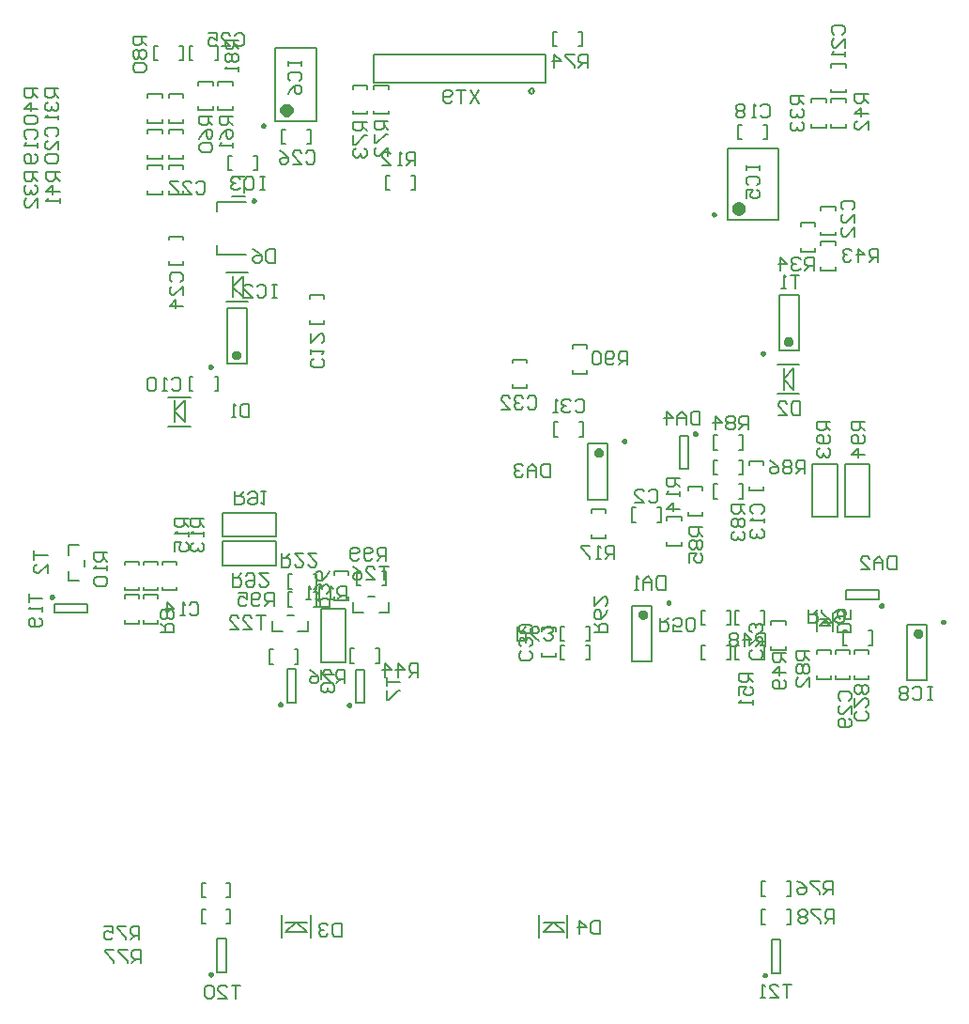
<source format=gbo>
%FSTAX23Y23*%
%MOIN*%
%SFA1B1*%

%IPPOS*%
%ADD28C,0.009800*%
%ADD30C,0.015700*%
%ADD71C,0.023600*%
%ADD73C,0.007900*%
%LNrelaytester-1*%
%LPD*%
G54D28*
X00701Y02293D02*
D01*
X00701Y02293*
X00701Y02293*
X00701Y02294*
X00701Y02294*
X00701Y02294*
X00701Y02295*
X00701Y02295*
X00701Y02295*
X007Y02295*
X007Y02296*
X007Y02296*
X007Y02296*
X00699Y02296*
X00699Y02297*
X00699Y02297*
X00699Y02297*
X00698Y02297*
X00698Y02297*
X00698Y02297*
X00697Y02297*
X00697Y02297*
X00697Y02297*
X00696*
X00696Y02297*
X00696Y02297*
X00695Y02297*
X00695Y02297*
X00695Y02297*
X00694Y02297*
X00694Y02297*
X00694Y02297*
X00693Y02296*
X00693Y02296*
X00693Y02296*
X00693Y02296*
X00692Y02295*
X00692Y02295*
X00692Y02295*
X00692Y02295*
X00692Y02294*
X00692Y02294*
X00692Y02294*
X00692Y02293*
X00692Y02293*
X00692Y02293*
X00692Y02292*
X00692Y02292*
X00692Y02292*
X00692Y02291*
X00692Y02291*
X00692Y02291*
X00692Y0229*
X00692Y0229*
X00692Y0229*
X00693Y02289*
X00693Y02289*
X00693Y02289*
X00693Y02289*
X00694Y02289*
X00694Y02288*
X00694Y02288*
X00695Y02288*
X00695Y02288*
X00695Y02288*
X00696Y02288*
X00696Y02288*
X00696Y02288*
X00697*
X00697Y02288*
X00697Y02288*
X00698Y02288*
X00698Y02288*
X00698Y02288*
X00699Y02288*
X00699Y02288*
X00699Y02289*
X00699Y02289*
X007Y02289*
X007Y02289*
X007Y02289*
X007Y0229*
X00701Y0229*
X00701Y0229*
X00701Y02291*
X00701Y02291*
X00701Y02291*
X00701Y02292*
X00701Y02292*
X00701Y02292*
X00701Y02293*
X0267Y00133D02*
D01*
X0267Y00134*
X0267Y00134*
X0267Y00134*
X0267Y00135*
X0267Y00135*
X02669Y00135*
X02669Y00136*
X02669Y00136*
X02669Y00136*
X02669Y00137*
X02668Y00137*
X02668Y00137*
X02668Y00137*
X02668Y00137*
X02667Y00138*
X02667Y00138*
X02667Y00138*
X02666Y00138*
X02666Y00138*
X02666Y00138*
X02665Y00138*
X02665Y00138*
X02665*
X02664Y00138*
X02664Y00138*
X02664Y00138*
X02663Y00138*
X02663Y00138*
X02663Y00138*
X02662Y00138*
X02662Y00137*
X02662Y00137*
X02662Y00137*
X02661Y00137*
X02661Y00137*
X02661Y00136*
X02661Y00136*
X02661Y00136*
X0266Y00135*
X0266Y00135*
X0266Y00135*
X0266Y00134*
X0266Y00134*
X0266Y00134*
X0266Y00133*
X0266Y00133*
X0266Y00133*
X0266Y00132*
X0266Y00132*
X0266Y00132*
X0266Y00131*
X02661Y00131*
X02661Y00131*
X02661Y00131*
X02661Y0013*
X02661Y0013*
X02662Y0013*
X02662Y0013*
X02662Y00129*
X02662Y00129*
X02663Y00129*
X02663Y00129*
X02663Y00129*
X02664Y00129*
X02664Y00129*
X02664Y00129*
X02665Y00129*
X02665*
X02665Y00129*
X02666Y00129*
X02666Y00129*
X02666Y00129*
X02667Y00129*
X02667Y00129*
X02667Y00129*
X02668Y00129*
X02668Y0013*
X02668Y0013*
X02668Y0013*
X02669Y0013*
X02669Y00131*
X02669Y00131*
X02669Y00131*
X02669Y00131*
X0267Y00132*
X0267Y00132*
X0267Y00132*
X0267Y00133*
X0267Y00133*
X0267Y00133*
X02422Y02055D02*
D01*
X02422Y02055*
X02422Y02055*
X02422Y02056*
X02422Y02056*
X02421Y02056*
X02421Y02057*
X02421Y02057*
X02421Y02057*
X02421Y02057*
X02421Y02058*
X0242Y02058*
X0242Y02058*
X0242Y02058*
X0242Y02059*
X02419Y02059*
X02419Y02059*
X02419Y02059*
X02418Y02059*
X02418Y02059*
X02418Y02059*
X02417Y02059*
X02417Y02059*
X02417*
X02416Y02059*
X02416Y02059*
X02416Y02059*
X02415Y02059*
X02415Y02059*
X02415Y02059*
X02414Y02059*
X02414Y02059*
X02414Y02058*
X02414Y02058*
X02413Y02058*
X02413Y02058*
X02413Y02057*
X02413Y02057*
X02412Y02057*
X02412Y02057*
X02412Y02056*
X02412Y02056*
X02412Y02056*
X02412Y02055*
X02412Y02055*
X02412Y02055*
X02412Y02054*
X02412Y02054*
X02412Y02054*
X02412Y02053*
X02412Y02053*
X02412Y02053*
X02412Y02052*
X02413Y02052*
X02413Y02052*
X02413Y02051*
X02413Y02051*
X02414Y02051*
X02414Y02051*
X02414Y02051*
X02414Y0205*
X02415Y0205*
X02415Y0205*
X02415Y0205*
X02416Y0205*
X02416Y0205*
X02416Y0205*
X02417Y0205*
X02417*
X02417Y0205*
X02418Y0205*
X02418Y0205*
X02418Y0205*
X02419Y0205*
X02419Y0205*
X02419Y0205*
X0242Y02051*
X0242Y02051*
X0242Y02051*
X0242Y02051*
X02421Y02051*
X02421Y02052*
X02421Y02052*
X02421Y02052*
X02421Y02053*
X02421Y02053*
X02422Y02053*
X02422Y02054*
X02422Y02054*
X02422Y02054*
X02422Y02055*
X00138Y01476D02*
D01*
X00138Y01476*
X00138Y01477*
X00138Y01477*
X00138Y01477*
X00138Y01478*
X00138Y01478*
X00138Y01478*
X00138Y01478*
X00137Y01479*
X00137Y01479*
X00137Y01479*
X00137Y0148*
X00136Y0148*
X00136Y0148*
X00136Y0148*
X00136Y0148*
X00135Y0148*
X00135Y01481*
X00135Y01481*
X00134Y01481*
X00134Y01481*
X00134Y01481*
X00133*
X00133Y01481*
X00133Y01481*
X00132Y01481*
X00132Y01481*
X00132Y0148*
X00131Y0148*
X00131Y0148*
X00131Y0148*
X0013Y0148*
X0013Y0148*
X0013Y01479*
X0013Y01479*
X00129Y01479*
X00129Y01478*
X00129Y01478*
X00129Y01478*
X00129Y01478*
X00129Y01477*
X00129Y01477*
X00129Y01477*
X00129Y01476*
X00129Y01476*
X00129Y01476*
X00129Y01475*
X00129Y01475*
X00129Y01475*
X00129Y01474*
X00129Y01474*
X00129Y01474*
X00129Y01473*
X00129Y01473*
X0013Y01473*
X0013Y01472*
X0013Y01472*
X0013Y01472*
X00131Y01472*
X00131Y01472*
X00131Y01471*
X00132Y01471*
X00132Y01471*
X00132Y01471*
X00133Y01471*
X00133Y01471*
X00133Y01471*
X00134*
X00134Y01471*
X00134Y01471*
X00135Y01471*
X00135Y01471*
X00135Y01471*
X00136Y01471*
X00136Y01472*
X00136Y01472*
X00136Y01472*
X00137Y01472*
X00137Y01472*
X00137Y01473*
X00137Y01473*
X00138Y01473*
X00138Y01474*
X00138Y01474*
X00138Y01474*
X00138Y01475*
X00138Y01475*
X00138Y01475*
X00138Y01476*
X00138Y01476*
X00701Y00137D02*
D01*
X00701Y00138*
X00701Y00138*
X00701Y00138*
X00701Y00139*
X00701Y00139*
X00701Y00139*
X00701Y0014*
X00701Y0014*
X007Y0014*
X007Y0014*
X007Y00141*
X007Y00141*
X00699Y00141*
X00699Y00141*
X00699Y00142*
X00699Y00142*
X00698Y00142*
X00698Y00142*
X00698Y00142*
X00697Y00142*
X00697Y00142*
X00697Y00142*
X00696*
X00696Y00142*
X00696Y00142*
X00695Y00142*
X00695Y00142*
X00695Y00142*
X00694Y00142*
X00694Y00142*
X00694Y00141*
X00693Y00141*
X00693Y00141*
X00693Y00141*
X00693Y0014*
X00692Y0014*
X00692Y0014*
X00692Y0014*
X00692Y00139*
X00692Y00139*
X00692Y00139*
X00692Y00138*
X00692Y00138*
X00692Y00138*
X00692Y00137*
X00692Y00137*
X00692Y00137*
X00692Y00136*
X00692Y00136*
X00692Y00136*
X00692Y00135*
X00692Y00135*
X00692Y00135*
X00692Y00134*
X00693Y00134*
X00693Y00134*
X00693Y00134*
X00693Y00133*
X00694Y00133*
X00694Y00133*
X00694Y00133*
X00695Y00133*
X00695Y00133*
X00695Y00133*
X00696Y00132*
X00696Y00132*
X00696Y00132*
X00697*
X00697Y00132*
X00697Y00132*
X00698Y00133*
X00698Y00133*
X00698Y00133*
X00699Y00133*
X00699Y00133*
X00699Y00133*
X00699Y00133*
X007Y00134*
X007Y00134*
X007Y00134*
X007Y00134*
X00701Y00135*
X00701Y00135*
X00701Y00135*
X00701Y00136*
X00701Y00136*
X00701Y00136*
X00701Y00137*
X00701Y00137*
X00701Y00137*
X0217Y02029D02*
D01*
X0217Y0203*
X0217Y0203*
X0217Y0203*
X0217Y02031*
X0217Y02031*
X02169Y02031*
X02169Y02032*
X02169Y02032*
X02169Y02032*
X02169Y02032*
X02168Y02033*
X02168Y02033*
X02168Y02033*
X02168Y02033*
X02167Y02033*
X02167Y02034*
X02167Y02034*
X02166Y02034*
X02166Y02034*
X02166Y02034*
X02165Y02034*
X02165Y02034*
X02165*
X02164Y02034*
X02164Y02034*
X02164Y02034*
X02163Y02034*
X02163Y02034*
X02163Y02034*
X02162Y02033*
X02162Y02033*
X02162Y02033*
X02162Y02033*
X02161Y02033*
X02161Y02032*
X02161Y02032*
X02161Y02032*
X02161Y02032*
X0216Y02031*
X0216Y02031*
X0216Y02031*
X0216Y0203*
X0216Y0203*
X0216Y0203*
X0216Y02029*
X0216Y02029*
X0216Y02029*
X0216Y02028*
X0216Y02028*
X0216Y02028*
X0216Y02027*
X02161Y02027*
X02161Y02027*
X02161Y02026*
X02161Y02026*
X02161Y02026*
X02162Y02026*
X02162Y02025*
X02162Y02025*
X02162Y02025*
X02163Y02025*
X02163Y02025*
X02163Y02025*
X02164Y02024*
X02164Y02024*
X02164Y02024*
X02165Y02024*
X02165*
X02165Y02024*
X02166Y02024*
X02166Y02024*
X02166Y02025*
X02167Y02025*
X02167Y02025*
X02167Y02025*
X02168Y02025*
X02168Y02025*
X02168Y02026*
X02168Y02026*
X02169Y02026*
X02169Y02026*
X02169Y02027*
X02169Y02027*
X02169Y02027*
X0217Y02028*
X0217Y02028*
X0217Y02028*
X0217Y02029*
X0217Y02029*
X0217Y02029*
X02327Y01454D02*
D01*
X02327Y01455*
X02327Y01455*
X02327Y01455*
X02327Y01456*
X02327Y01456*
X02327Y01456*
X02327Y01457*
X02327Y01457*
X02326Y01457*
X02326Y01458*
X02326Y01458*
X02326Y01458*
X02325Y01458*
X02325Y01458*
X02325Y01459*
X02325Y01459*
X02324Y01459*
X02324Y01459*
X02324Y01459*
X02323Y01459*
X02323Y01459*
X02323Y01459*
X02322*
X02322Y01459*
X02322Y01459*
X02321Y01459*
X02321Y01459*
X02321Y01459*
X0232Y01459*
X0232Y01459*
X0232Y01458*
X02319Y01458*
X02319Y01458*
X02319Y01458*
X02319Y01458*
X02318Y01457*
X02318Y01457*
X02318Y01457*
X02318Y01456*
X02318Y01456*
X02318Y01456*
X02318Y01455*
X02318Y01455*
X02318Y01455*
X02318Y01454*
X02318Y01454*
X02318Y01454*
X02318Y01453*
X02318Y01453*
X02318Y01453*
X02318Y01452*
X02318Y01452*
X02318Y01452*
X02318Y01452*
X02319Y01451*
X02319Y01451*
X02319Y01451*
X02319Y01451*
X0232Y0145*
X0232Y0145*
X0232Y0145*
X02321Y0145*
X02321Y0145*
X02321Y0145*
X02322Y0145*
X02322Y0145*
X02322Y0145*
X02323*
X02323Y0145*
X02323Y0145*
X02324Y0145*
X02324Y0145*
X02324Y0145*
X02325Y0145*
X02325Y0145*
X02325Y0145*
X02325Y01451*
X02326Y01451*
X02326Y01451*
X02326Y01451*
X02326Y01452*
X02327Y01452*
X02327Y01452*
X02327Y01452*
X02327Y01453*
X02327Y01453*
X02327Y01453*
X02327Y01454*
X02327Y01454*
X02327Y01454*
X03083Y01444D02*
D01*
X03083Y01445*
X03083Y01445*
X03083Y01445*
X03083Y01446*
X03083Y01446*
X03083Y01446*
X03083Y01447*
X03082Y01447*
X03082Y01447*
X03082Y01448*
X03082Y01448*
X03082Y01448*
X03081Y01448*
X03081Y01448*
X03081Y01449*
X0308Y01449*
X0308Y01449*
X0308Y01449*
X03079Y01449*
X03079Y01449*
X03079Y01449*
X03078Y01449*
X03078*
X03078Y01449*
X03077Y01449*
X03077Y01449*
X03077Y01449*
X03076Y01449*
X03076Y01449*
X03076Y01449*
X03076Y01448*
X03075Y01448*
X03075Y01448*
X03075Y01448*
X03075Y01448*
X03074Y01447*
X03074Y01447*
X03074Y01447*
X03074Y01446*
X03074Y01446*
X03074Y01446*
X03074Y01445*
X03073Y01445*
X03073Y01445*
X03073Y01444*
X03073Y01444*
X03073Y01444*
X03074Y01443*
X03074Y01443*
X03074Y01443*
X03074Y01442*
X03074Y01442*
X03074Y01442*
X03074Y01442*
X03075Y01441*
X03075Y01441*
X03075Y01441*
X03075Y01441*
X03076Y0144*
X03076Y0144*
X03076Y0144*
X03076Y0144*
X03077Y0144*
X03077Y0144*
X03077Y0144*
X03078Y0144*
X03078Y0144*
X03078*
X03079Y0144*
X03079Y0144*
X03079Y0144*
X0308Y0144*
X0308Y0144*
X0308Y0144*
X03081Y0144*
X03081Y0144*
X03081Y01441*
X03082Y01441*
X03082Y01441*
X03082Y01441*
X03082Y01442*
X03082Y01442*
X03083Y01442*
X03083Y01442*
X03083Y01443*
X03083Y01443*
X03083Y01443*
X03083Y01444*
X03083Y01444*
X03083Y01444*
X02488Y02833D02*
D01*
X02488Y02834*
X02488Y02834*
X02488Y02834*
X02488Y02835*
X02487Y02835*
X02487Y02835*
X02487Y02836*
X02487Y02836*
X02487Y02836*
X02487Y02836*
X02486Y02837*
X02486Y02837*
X02486Y02837*
X02486Y02837*
X02485Y02837*
X02485Y02838*
X02485Y02838*
X02484Y02838*
X02484Y02838*
X02484Y02838*
X02483Y02838*
X02483Y02838*
X02483*
X02482Y02838*
X02482Y02838*
X02482Y02838*
X02481Y02838*
X02481Y02838*
X02481Y02838*
X0248Y02837*
X0248Y02837*
X0248Y02837*
X0248Y02837*
X02479Y02837*
X02479Y02836*
X02479Y02836*
X02479Y02836*
X02478Y02836*
X02478Y02835*
X02478Y02835*
X02478Y02835*
X02478Y02834*
X02478Y02834*
X02478Y02834*
X02478Y02833*
X02478Y02833*
X02478Y02833*
X02478Y02832*
X02478Y02832*
X02478Y02832*
X02478Y02831*
X02478Y02831*
X02479Y02831*
X02479Y0283*
X02479Y0283*
X02479Y0283*
X0248Y0283*
X0248Y02829*
X0248Y02829*
X0248Y02829*
X02481Y02829*
X02481Y02829*
X02481Y02829*
X02482Y02828*
X02482Y02828*
X02482Y02828*
X02483Y02828*
X02483*
X02483Y02828*
X02484Y02828*
X02484Y02828*
X02484Y02829*
X02485Y02829*
X02485Y02829*
X02485Y02829*
X02486Y02829*
X02486Y02829*
X02486Y0283*
X02486Y0283*
X02487Y0283*
X02487Y0283*
X02487Y02831*
X02487Y02831*
X02487Y02831*
X02487Y02832*
X02488Y02832*
X02488Y02832*
X02488Y02833*
X02488Y02833*
X02488Y02833*
X00888Y03148D02*
D01*
X00888Y03149*
X00888Y03149*
X00888Y03149*
X00888Y0315*
X00888Y0315*
X00888Y0315*
X00888Y03151*
X00888Y03151*
X00887Y03151*
X00887Y03151*
X00887Y03152*
X00887Y03152*
X00886Y03152*
X00886Y03152*
X00886Y03152*
X00886Y03153*
X00885Y03153*
X00885Y03153*
X00885Y03153*
X00884Y03153*
X00884Y03153*
X00884Y03153*
X00883*
X00883Y03153*
X00883Y03153*
X00882Y03153*
X00882Y03153*
X00882Y03153*
X00881Y03153*
X00881Y03152*
X00881Y03152*
X0088Y03152*
X0088Y03152*
X0088Y03152*
X0088Y03151*
X00879Y03151*
X00879Y03151*
X00879Y03151*
X00879Y0315*
X00879Y0315*
X00879Y0315*
X00879Y03149*
X00879Y03149*
X00879Y03149*
X00879Y03148*
X00879Y03148*
X00879Y03148*
X00879Y03147*
X00879Y03147*
X00879Y03147*
X00879Y03146*
X00879Y03146*
X00879Y03146*
X00879Y03145*
X0088Y03145*
X0088Y03145*
X0088Y03145*
X0088Y03144*
X00881Y03144*
X00881Y03144*
X00881Y03144*
X00882Y03144*
X00882Y03144*
X00882Y03143*
X00883Y03143*
X00883Y03143*
X00883Y03143*
X00884*
X00884Y03143*
X00884Y03143*
X00885Y03143*
X00885Y03144*
X00885Y03144*
X00886Y03144*
X00886Y03144*
X00886Y03144*
X00886Y03144*
X00887Y03145*
X00887Y03145*
X00887Y03145*
X00887Y03145*
X00888Y03146*
X00888Y03146*
X00888Y03146*
X00888Y03147*
X00888Y03147*
X00888Y03147*
X00888Y03148*
X00888Y03148*
X00888Y03148*
X03304Y01388D02*
D01*
X03304Y01388*
X03304Y01388*
X03303Y01389*
X03303Y01389*
X03303Y01389*
X03303Y01389*
X03303Y0139*
X03303Y0139*
X03303Y0139*
X03302Y01391*
X03302Y01391*
X03302Y01391*
X03302Y01391*
X03301Y01392*
X03301Y01392*
X03301Y01392*
X03301Y01392*
X033Y01392*
X033Y01392*
X033Y01392*
X03299Y01392*
X03299Y01392*
X03299*
X03298Y01392*
X03298Y01392*
X03298Y01392*
X03297Y01392*
X03297Y01392*
X03297Y01392*
X03296Y01392*
X03296Y01392*
X03296Y01391*
X03295Y01391*
X03295Y01391*
X03295Y01391*
X03295Y0139*
X03295Y0139*
X03294Y0139*
X03294Y01389*
X03294Y01389*
X03294Y01389*
X03294Y01389*
X03294Y01388*
X03294Y01388*
X03294Y01388*
X03294Y01387*
X03294Y01387*
X03294Y01386*
X03294Y01386*
X03294Y01386*
X03294Y01386*
X03294Y01385*
X03295Y01385*
X03295Y01385*
X03295Y01384*
X03295Y01384*
X03295Y01384*
X03296Y01384*
X03296Y01383*
X03296Y01383*
X03297Y01383*
X03297Y01383*
X03297Y01383*
X03298Y01383*
X03298Y01383*
X03298Y01383*
X03299Y01383*
X03299*
X03299Y01383*
X033Y01383*
X033Y01383*
X033Y01383*
X03301Y01383*
X03301Y01383*
X03301Y01383*
X03301Y01383*
X03302Y01384*
X03302Y01384*
X03302Y01384*
X03302Y01384*
X03303Y01385*
X03303Y01385*
X03303Y01385*
X03303Y01386*
X03303Y01386*
X03303Y01386*
X03303Y01386*
X03304Y01387*
X03304Y01387*
X03304Y01388*
X02662Y0234D02*
D01*
X02662Y0234*
X02662Y02341*
X02662Y02341*
X02662Y02341*
X02662Y02342*
X02661Y02342*
X02661Y02342*
X02661Y02342*
X02661Y02343*
X02661Y02343*
X02661Y02343*
X0266Y02344*
X0266Y02344*
X0266Y02344*
X02659Y02344*
X02659Y02344*
X02659Y02344*
X02659Y02345*
X02658Y02345*
X02658Y02345*
X02658Y02345*
X02657Y02345*
X02657*
X02656Y02345*
X02656Y02345*
X02656Y02345*
X02655Y02345*
X02655Y02344*
X02655Y02344*
X02655Y02344*
X02654Y02344*
X02654Y02344*
X02654Y02344*
X02653Y02343*
X02653Y02343*
X02653Y02343*
X02653Y02342*
X02653Y02342*
X02653Y02342*
X02652Y02342*
X02652Y02341*
X02652Y02341*
X02652Y02341*
X02652Y0234*
X02652Y0234*
X02652Y0234*
X02652Y02339*
X02652Y02339*
X02652Y02339*
X02652Y02338*
X02653Y02338*
X02653Y02338*
X02653Y02337*
X02653Y02337*
X02653Y02337*
X02653Y02336*
X02654Y02336*
X02654Y02336*
X02654Y02336*
X02655Y02336*
X02655Y02335*
X02655Y02335*
X02655Y02335*
X02656Y02335*
X02656Y02335*
X02656Y02335*
X02657Y02335*
X02657*
X02658Y02335*
X02658Y02335*
X02658Y02335*
X02659Y02335*
X02659Y02335*
X02659Y02335*
X02659Y02336*
X0266Y02336*
X0266Y02336*
X0266Y02336*
X02661Y02336*
X02661Y02337*
X02661Y02337*
X02661Y02337*
X02661Y02338*
X02661Y02338*
X02662Y02338*
X02662Y02339*
X02662Y02339*
X02662Y02339*
X02662Y0234*
X02662Y0234*
X00949Y01094D02*
D01*
X00949Y01094*
X00949Y01095*
X00949Y01095*
X00949Y01095*
X00949Y01096*
X00949Y01096*
X00949Y01096*
X00949Y01097*
X00948Y01097*
X00948Y01097*
X00948Y01097*
X00948Y01098*
X00947Y01098*
X00947Y01098*
X00947Y01098*
X00947Y01098*
X00946Y01099*
X00946Y01099*
X00946Y01099*
X00945Y01099*
X00945Y01099*
X00945Y01099*
X00944*
X00944Y01099*
X00944Y01099*
X00943Y01099*
X00943Y01099*
X00943Y01099*
X00942Y01098*
X00942Y01098*
X00942Y01098*
X00941Y01098*
X00941Y01098*
X00941Y01097*
X00941Y01097*
X0094Y01097*
X0094Y01097*
X0094Y01096*
X0094Y01096*
X0094Y01096*
X0094Y01095*
X0094Y01095*
X0094Y01095*
X0094Y01094*
X0094Y01094*
X0094Y01094*
X0094Y01093*
X0094Y01093*
X0094Y01093*
X0094Y01092*
X0094Y01092*
X0094Y01092*
X0094Y01091*
X0094Y01091*
X00941Y01091*
X00941Y01091*
X00941Y0109*
X00941Y0109*
X00942Y0109*
X00942Y0109*
X00942Y0109*
X00943Y01089*
X00943Y01089*
X00943Y01089*
X00944Y01089*
X00944Y01089*
X00944Y01089*
X00945*
X00945Y01089*
X00945Y01089*
X00946Y01089*
X00946Y01089*
X00946Y01089*
X00947Y0109*
X00947Y0109*
X00947Y0109*
X00947Y0109*
X00948Y0109*
X00948Y01091*
X00948Y01091*
X00948Y01091*
X00949Y01091*
X00949Y01092*
X00949Y01092*
X00949Y01092*
X00949Y01093*
X00949Y01093*
X00949Y01093*
X00949Y01094*
X00949Y01094*
X01193Y01092D02*
D01*
X01193Y01092*
X01193Y01093*
X01193Y01093*
X01193Y01093*
X01193Y01094*
X01193Y01094*
X01193Y01094*
X01193Y01095*
X01192Y01095*
X01192Y01095*
X01192Y01095*
X01192Y01096*
X01192Y01096*
X01191Y01096*
X01191Y01096*
X01191Y01096*
X0119Y01097*
X0119Y01097*
X0119Y01097*
X01189Y01097*
X01189Y01097*
X01189Y01097*
X01188*
X01188Y01097*
X01188Y01097*
X01187Y01097*
X01187Y01097*
X01187Y01097*
X01186Y01096*
X01186Y01096*
X01186Y01096*
X01185Y01096*
X01185Y01096*
X01185Y01095*
X01185Y01095*
X01185Y01095*
X01184Y01095*
X01184Y01094*
X01184Y01094*
X01184Y01094*
X01184Y01093*
X01184Y01093*
X01184Y01093*
X01184Y01092*
X01184Y01092*
X01184Y01092*
X01184Y01091*
X01184Y01091*
X01184Y01091*
X01184Y0109*
X01184Y0109*
X01184Y0109*
X01184Y01089*
X01185Y01089*
X01185Y01089*
X01185Y01089*
X01185Y01088*
X01185Y01088*
X01186Y01088*
X01186Y01088*
X01186Y01088*
X01187Y01087*
X01187Y01087*
X01187Y01087*
X01188Y01087*
X01188Y01087*
X01188Y01087*
X01189*
X01189Y01087*
X01189Y01087*
X0119Y01087*
X0119Y01087*
X0119Y01087*
X01191Y01088*
X01191Y01088*
X01191Y01088*
X01192Y01088*
X01192Y01088*
X01192Y01089*
X01192Y01089*
X01192Y01089*
X01193Y01089*
X01193Y0109*
X01193Y0109*
X01193Y0109*
X01193Y01091*
X01193Y01091*
X01193Y01091*
X01193Y01092*
X01193Y01092*
X00855Y02881D02*
D01*
X00855Y02882*
X00855Y02882*
X00855Y02882*
X00855Y02883*
X00855Y02883*
X00854Y02883*
X00854Y02884*
X00854Y02884*
X00854Y02884*
X00854Y02885*
X00854Y02885*
X00853Y02885*
X00853Y02885*
X00853Y02885*
X00852Y02886*
X00852Y02886*
X00852Y02886*
X00852Y02886*
X00851Y02886*
X00851Y02886*
X00851Y02886*
X0085Y02886*
X0085*
X00849Y02886*
X00849Y02886*
X00849Y02886*
X00848Y02886*
X00848Y02886*
X00848Y02886*
X00848Y02886*
X00847Y02885*
X00847Y02885*
X00847Y02885*
X00846Y02885*
X00846Y02885*
X00846Y02884*
X00846Y02884*
X00846Y02884*
X00846Y02883*
X00845Y02883*
X00845Y02883*
X00845Y02882*
X00845Y02882*
X00845Y02882*
X00845Y02881*
X00845Y02881*
X00845Y02881*
X00845Y0288*
X00845Y0288*
X00845Y0288*
X00846Y02879*
X00846Y02879*
X00846Y02879*
X00846Y02879*
X00846Y02878*
X00846Y02878*
X00847Y02878*
X00847Y02878*
X00847Y02877*
X00848Y02877*
X00848Y02877*
X00848Y02877*
X00848Y02877*
X00849Y02877*
X00849Y02877*
X00849Y02877*
X0085Y02877*
X0085*
X00851Y02877*
X00851Y02877*
X00851Y02877*
X00852Y02877*
X00852Y02877*
X00852Y02877*
X00852Y02877*
X00853Y02877*
X00853Y02878*
X00853Y02878*
X00854Y02878*
X00854Y02878*
X00854Y02879*
X00854Y02879*
X00854Y02879*
X00854Y02879*
X00855Y0288*
X00855Y0288*
X00855Y0288*
X00855Y02881*
X00855Y02881*
X00855Y02881*
G54D30*
X00795Y02334D02*
D01*
X00795Y02335*
X00795Y02335*
X00795Y02336*
X00794Y02336*
X00794Y02337*
X00794Y02337*
X00794Y02338*
X00794Y02338*
X00793Y02339*
X00793Y02339*
X00793Y0234*
X00792Y0234*
X00792Y0234*
X00791Y02341*
X00791Y02341*
X0079Y02341*
X0079Y02341*
X00789Y02342*
X00789Y02342*
X00788Y02342*
X00788Y02342*
X00787Y02342*
X00787*
X00786Y02342*
X00786Y02342*
X00785Y02342*
X00784Y02342*
X00784Y02341*
X00783Y02341*
X00783Y02341*
X00782Y02341*
X00782Y0234*
X00782Y0234*
X00781Y0234*
X00781Y02339*
X00781Y02339*
X0078Y02338*
X0078Y02338*
X0078Y02337*
X00779Y02337*
X00779Y02336*
X00779Y02336*
X00779Y02335*
X00779Y02335*
X00779Y02334*
X00779Y02334*
X00779Y02333*
X00779Y02332*
X00779Y02332*
X00779Y02331*
X0078Y02331*
X0078Y0233*
X0078Y0233*
X00781Y02329*
X00781Y02329*
X00781Y02329*
X00782Y02328*
X00782Y02328*
X00782Y02328*
X00783Y02327*
X00783Y02327*
X00784Y02327*
X00784Y02327*
X00785Y02326*
X00786Y02326*
X00786Y02326*
X00787Y02326*
X00787*
X00788Y02326*
X00788Y02326*
X00789Y02326*
X00789Y02327*
X0079Y02327*
X0079Y02327*
X00791Y02327*
X00791Y02328*
X00792Y02328*
X00792Y02328*
X00793Y02329*
X00793Y02329*
X00793Y02329*
X00794Y0233*
X00794Y0233*
X00794Y02331*
X00794Y02331*
X00794Y02332*
X00795Y02332*
X00795Y02333*
X00795Y02334*
X00795Y02334*
X02082Y01988D02*
D01*
X02082Y01988*
X02082Y01989*
X02082Y01989*
X02082Y0199*
X02082Y0199*
X02082Y01991*
X02081Y01991*
X02081Y01992*
X02081Y01992*
X0208Y01993*
X0208Y01993*
X0208Y01994*
X02079Y01994*
X02079Y01994*
X02078Y01995*
X02078Y01995*
X02077Y01995*
X02077Y01995*
X02076Y01995*
X02076Y01995*
X02075Y01996*
X02075Y01996*
X02074*
X02073Y01996*
X02073Y01995*
X02072Y01995*
X02072Y01995*
X02071Y01995*
X02071Y01995*
X0207Y01995*
X0207Y01994*
X02069Y01994*
X02069Y01994*
X02069Y01993*
X02068Y01993*
X02068Y01992*
X02068Y01992*
X02067Y01991*
X02067Y01991*
X02067Y0199*
X02067Y0199*
X02067Y01989*
X02066Y01989*
X02066Y01988*
X02066Y01988*
X02066Y01987*
X02066Y01987*
X02067Y01986*
X02067Y01986*
X02067Y01985*
X02067Y01984*
X02067Y01984*
X02068Y01984*
X02068Y01983*
X02068Y01983*
X02069Y01982*
X02069Y01982*
X02069Y01981*
X0207Y01981*
X0207Y01981*
X02071Y01981*
X02071Y0198*
X02072Y0198*
X02072Y0198*
X02073Y0198*
X02073Y0198*
X02074Y0198*
X02075*
X02075Y0198*
X02076Y0198*
X02076Y0198*
X02077Y0198*
X02077Y0198*
X02078Y01981*
X02078Y01981*
X02079Y01981*
X02079Y01981*
X0208Y01982*
X0208Y01982*
X0208Y01983*
X02081Y01983*
X02081Y01984*
X02081Y01984*
X02082Y01984*
X02082Y01985*
X02082Y01986*
X02082Y01986*
X02082Y01987*
X02082Y01987*
X02082Y01988*
X0224Y01413D02*
D01*
X0224Y01413*
X0224Y01414*
X0224Y01415*
X02239Y01415*
X02239Y01416*
X02239Y01416*
X02239Y01417*
X02238Y01417*
X02238Y01418*
X02238Y01418*
X02237Y01418*
X02237Y01419*
X02237Y01419*
X02236Y01419*
X02236Y0142*
X02235Y0142*
X02235Y0142*
X02234Y0142*
X02234Y01421*
X02233Y01421*
X02233Y01421*
X02232Y01421*
X02232*
X02231Y01421*
X0223Y01421*
X0223Y01421*
X02229Y0142*
X02229Y0142*
X02228Y0142*
X02228Y0142*
X02227Y01419*
X02227Y01419*
X02227Y01419*
X02226Y01418*
X02226Y01418*
X02225Y01418*
X02225Y01417*
X02225Y01417*
X02225Y01416*
X02224Y01416*
X02224Y01415*
X02224Y01415*
X02224Y01414*
X02224Y01413*
X02224Y01413*
X02224Y01412*
X02224Y01412*
X02224Y01411*
X02224Y01411*
X02224Y0141*
X02225Y0141*
X02225Y01409*
X02225Y01409*
X02225Y01408*
X02226Y01408*
X02226Y01407*
X02227Y01407*
X02227Y01407*
X02227Y01406*
X02228Y01406*
X02228Y01406*
X02229Y01406*
X02229Y01405*
X0223Y01405*
X0223Y01405*
X02231Y01405*
X02232Y01405*
X02232*
X02233Y01405*
X02233Y01405*
X02234Y01405*
X02234Y01405*
X02235Y01406*
X02235Y01406*
X02236Y01406*
X02236Y01406*
X02237Y01407*
X02237Y01407*
X02237Y01407*
X02238Y01408*
X02238Y01408*
X02238Y01409*
X02239Y01409*
X02239Y0141*
X02239Y0141*
X02239Y01411*
X0224Y01411*
X0224Y01412*
X0224Y01412*
X0224Y01413*
X03216Y01346D02*
D01*
X03216Y01347*
X03216Y01347*
X03216Y01348*
X03216Y01348*
X03216Y01349*
X03215Y01349*
X03215Y0135*
X03215Y0135*
X03214Y01351*
X03214Y01351*
X03214Y01351*
X03213Y01352*
X03213Y01352*
X03213Y01353*
X03212Y01353*
X03212Y01353*
X03211Y01353*
X03211Y01354*
X0321Y01354*
X03209Y01354*
X03209Y01354*
X03208Y01354*
X03208*
X03207Y01354*
X03207Y01354*
X03206Y01354*
X03206Y01354*
X03205Y01353*
X03205Y01353*
X03204Y01353*
X03204Y01353*
X03203Y01352*
X03203Y01352*
X03202Y01351*
X03202Y01351*
X03202Y01351*
X03201Y0135*
X03201Y0135*
X03201Y01349*
X03201Y01349*
X03201Y01348*
X032Y01348*
X032Y01347*
X032Y01347*
X032Y01346*
X032Y01345*
X032Y01345*
X032Y01344*
X03201Y01344*
X03201Y01343*
X03201Y01343*
X03201Y01342*
X03201Y01342*
X03202Y01341*
X03202Y01341*
X03202Y01341*
X03203Y0134*
X03203Y0134*
X03204Y01339*
X03204Y01339*
X03205Y01339*
X03205Y01339*
X03206Y01338*
X03206Y01338*
X03207Y01338*
X03207Y01338*
X03208Y01338*
X03208*
X03209Y01338*
X03209Y01338*
X0321Y01338*
X03211Y01338*
X03211Y01339*
X03212Y01339*
X03212Y01339*
X03213Y01339*
X03213Y0134*
X03213Y0134*
X03214Y01341*
X03214Y01341*
X03214Y01341*
X03215Y01342*
X03215Y01342*
X03215Y01343*
X03216Y01343*
X03216Y01344*
X03216Y01344*
X03216Y01345*
X03216Y01345*
X03216Y01346*
X02755Y02381D02*
D01*
X02755Y02382*
X02755Y02382*
X02755Y02383*
X02755Y02384*
X02755Y02384*
X02755Y02385*
X02754Y02385*
X02754Y02386*
X02754Y02386*
X02754Y02386*
X02753Y02387*
X02753Y02387*
X02752Y02388*
X02752Y02388*
X02751Y02388*
X02751Y02389*
X0275Y02389*
X0275Y02389*
X02749Y02389*
X02749Y02389*
X02748Y02389*
X02748Y02389*
X02747*
X02747Y02389*
X02746Y02389*
X02746Y02389*
X02745Y02389*
X02745Y02389*
X02744Y02389*
X02744Y02388*
X02743Y02388*
X02743Y02388*
X02742Y02387*
X02742Y02387*
X02741Y02386*
X02741Y02386*
X02741Y02386*
X02741Y02385*
X0274Y02385*
X0274Y02384*
X0274Y02384*
X0274Y02383*
X0274Y02382*
X0274Y02382*
X0274Y02381*
X0274Y02381*
X0274Y0238*
X0274Y0238*
X0274Y02379*
X0274Y02379*
X0274Y02378*
X02741Y02378*
X02741Y02377*
X02741Y02377*
X02741Y02376*
X02742Y02376*
X02742Y02376*
X02743Y02375*
X02743Y02375*
X02744Y02375*
X02744Y02374*
X02745Y02374*
X02745Y02374*
X02746Y02374*
X02746Y02374*
X02747Y02374*
X02747Y02374*
X02748*
X02748Y02374*
X02749Y02374*
X02749Y02374*
X0275Y02374*
X0275Y02374*
X02751Y02374*
X02751Y02375*
X02752Y02375*
X02752Y02375*
X02753Y02376*
X02753Y02376*
X02754Y02376*
X02754Y02377*
X02754Y02377*
X02754Y02378*
X02755Y02378*
X02755Y02379*
X02755Y02379*
X02755Y0238*
X02755Y0238*
X02755Y02381*
X02755Y02381*
G54D71*
X02582Y02854D02*
D01*
X02582Y02855*
X02582Y02855*
X02582Y02856*
X02582Y02857*
X02581Y02858*
X02581Y02859*
X02581Y02859*
X0258Y0286*
X0258Y02861*
X02579Y02861*
X02579Y02862*
X02578Y02863*
X02578Y02863*
X02577Y02864*
X02576Y02864*
X02576Y02864*
X02575Y02865*
X02574Y02865*
X02573Y02865*
X02572Y02865*
X02572Y02866*
X02571Y02866*
X0257*
X02569Y02866*
X02568Y02865*
X02568Y02865*
X02567Y02865*
X02566Y02865*
X02565Y02864*
X02565Y02864*
X02564Y02864*
X02563Y02863*
X02563Y02863*
X02562Y02862*
X02561Y02861*
X02561Y02861*
X0256Y0286*
X0256Y02859*
X0256Y02859*
X02559Y02858*
X02559Y02857*
X02559Y02856*
X02559Y02855*
X02559Y02855*
X02559Y02854*
X02559Y02853*
X02559Y02852*
X02559Y02851*
X02559Y02851*
X02559Y0285*
X0256Y02849*
X0256Y02848*
X0256Y02848*
X02561Y02847*
X02561Y02846*
X02562Y02846*
X02563Y02845*
X02563Y02845*
X02564Y02844*
X02565Y02844*
X02565Y02843*
X02566Y02843*
X02567Y02843*
X02568Y02842*
X02568Y02842*
X02569Y02842*
X0257Y02842*
X02571*
X02572Y02842*
X02572Y02842*
X02573Y02842*
X02574Y02843*
X02575Y02843*
X02576Y02843*
X02576Y02844*
X02577Y02844*
X02578Y02845*
X02578Y02845*
X02579Y02846*
X02579Y02846*
X0258Y02847*
X0258Y02848*
X02581Y02848*
X02581Y02849*
X02581Y0285*
X02582Y02851*
X02582Y02851*
X02582Y02852*
X02582Y02853*
X02582Y02854*
X00978Y03203D02*
D01*
X00978Y03204*
X00978Y03205*
X00978Y03206*
X00977Y03207*
X00977Y03207*
X00977Y03208*
X00976Y03209*
X00976Y0321*
X00976Y0321*
X00975Y03211*
X00974Y03212*
X00974Y03212*
X00973Y03213*
X00973Y03213*
X00972Y03214*
X00971Y03214*
X0097Y03214*
X0097Y03215*
X00969Y03215*
X00968Y03215*
X00967Y03215*
X00966Y03215*
X00966*
X00965Y03215*
X00964Y03215*
X00963Y03215*
X00962Y03215*
X00962Y03214*
X00961Y03214*
X0096Y03214*
X00959Y03213*
X00959Y03213*
X00958Y03212*
X00958Y03212*
X00957Y03211*
X00956Y0321*
X00956Y0321*
X00956Y03209*
X00955Y03208*
X00955Y03207*
X00955Y03207*
X00954Y03206*
X00954Y03205*
X00954Y03204*
X00954Y03203*
X00954Y03203*
X00954Y03202*
X00954Y03201*
X00955Y032*
X00955Y03199*
X00955Y03199*
X00956Y03198*
X00956Y03197*
X00956Y03196*
X00957Y03196*
X00958Y03195*
X00958Y03195*
X00959Y03194*
X00959Y03194*
X0096Y03193*
X00961Y03193*
X00962Y03192*
X00962Y03192*
X00963Y03192*
X00964Y03192*
X00965Y03192*
X00966Y03192*
X00966*
X00967Y03192*
X00968Y03192*
X00969Y03192*
X0097Y03192*
X0097Y03192*
X00971Y03193*
X00972Y03193*
X00973Y03194*
X00973Y03194*
X00974Y03195*
X00974Y03195*
X00975Y03196*
X00976Y03196*
X00976Y03197*
X00976Y03198*
X00977Y03199*
X00977Y03199*
X00977Y032*
X00978Y03201*
X00978Y03202*
X00978Y03203*
X00978Y03203*
G54D73*
X01845Y03271D02*
D01*
X01845Y03272*
X01845Y03272*
X01845Y03273*
X01845Y03274*
X01844Y03274*
X01844Y03275*
X01844Y03275*
X01844Y03276*
X01843Y03276*
X01843Y03277*
X01842Y03277*
X01842Y03278*
X01842Y03278*
X01841Y03278*
X01841Y03279*
X0184Y03279*
X01839Y03279*
X01839Y0328*
X01838Y0328*
X01838Y0328*
X01837Y0328*
X01836Y0328*
X01836*
X01835Y0328*
X01835Y0328*
X01834Y0328*
X01833Y0328*
X01833Y03279*
X01832Y03279*
X01832Y03279*
X01831Y03278*
X01831Y03278*
X0183Y03278*
X0183Y03277*
X01829Y03277*
X01829Y03276*
X01829Y03276*
X01828Y03275*
X01828Y03275*
X01828Y03274*
X01828Y03274*
X01827Y03273*
X01827Y03272*
X01827Y03272*
X01827Y03271*
X01827Y03271*
X01827Y0327*
X01827Y03269*
X01828Y03269*
X01828Y03268*
X01828Y03268*
X01828Y03267*
X01829Y03267*
X01829Y03266*
X01829Y03266*
X0183Y03265*
X0183Y03265*
X01831Y03264*
X01831Y03264*
X01832Y03264*
X01832Y03263*
X01833Y03263*
X01833Y03263*
X01834Y03263*
X01835Y03263*
X01835Y03262*
X01836Y03262*
X01836*
X01837Y03262*
X01838Y03263*
X01838Y03263*
X01839Y03263*
X01839Y03263*
X0184Y03263*
X01841Y03264*
X01841Y03264*
X01842Y03264*
X01842Y03265*
X01842Y03265*
X01843Y03266*
X01843Y03266*
X01844Y03267*
X01844Y03267*
X01844Y03268*
X01844Y03268*
X01845Y03269*
X01845Y03269*
X01845Y0327*
X01845Y03271*
X01845Y03271*
X00755Y02303D02*
Y025D01*
X00826Y02303D02*
Y025D01*
X00755Y02303D02*
X00826D01*
X00755Y025D02*
X00826D01*
X0109Y01244D02*
X01177D01*
Y01433*
X0109Y01244D02*
Y01433D01*
X01177*
X01255Y01476D02*
X01279D01*
X01204Y01421D02*
Y01456D01*
Y01421D02*
X0124D01*
X0133D02*
Y01456D01*
X01295Y01421D02*
X0133D01*
X00968Y01409D02*
X00992D01*
X00917Y01354D02*
Y01389D01*
Y01354D02*
X00952D01*
X01043D02*
Y01389D01*
X01007Y01354D02*
X01043D01*
X01216Y01517D02*
Y01568D01*
X01229*
X01216Y01517D02*
X01229D01*
X01306Y01568D02*
X01318D01*
X01306Y01517D02*
X01318D01*
Y01568*
X00972Y01442D02*
Y01494D01*
X00985*
X00972Y01442D02*
X00985D01*
X01062Y01494D02*
X01074D01*
X01062Y01442D02*
X01074D01*
Y01494*
X02689Y00141D02*
X0272D01*
X02689Y00259D02*
X0272D01*
X02689Y00141D02*
Y00259D01*
X0272Y00141D02*
Y00259D01*
X02948Y01948D02*
X03035D01*
X02948Y01759D02*
Y01948D01*
X03035Y01759D02*
Y01948D01*
X02948Y01759D02*
X03035D01*
X02834Y01948D02*
X02921D01*
X02834Y01759D02*
Y01948D01*
X02921Y01759D02*
Y01948D01*
X02834Y01759D02*
X02921D01*
X0074Y01586D02*
Y01673D01*
Y01586D02*
X00929D01*
X0074Y01673D02*
X00929D01*
Y01586D02*
Y01673D01*
X0074Y01689D02*
Y01775D01*
Y01689D02*
X00929D01*
X0074Y01775D02*
X00929D01*
Y01689D02*
Y01775D01*
X02484Y01911D02*
Y01962D01*
X02497*
X02484Y01911D02*
X02497D01*
X02573Y01962D02*
X02586D01*
X02573Y01911D02*
X02586D01*
Y01962*
X02391Y01866D02*
X02442D01*
Y01853D02*
Y01866D01*
X02391Y01853D02*
Y01866D01*
X02442Y01763D02*
Y01776D01*
X02391Y01763D02*
Y01776D01*
Y01763D02*
X02442D01*
X02586Y01998D02*
Y02049D01*
X02573Y01998D02*
X02586D01*
X02573Y02049D02*
X02586D01*
X02484Y01998D02*
X02497D01*
X02484Y02049D02*
X02497D01*
X02484Y01998D02*
Y02049D01*
X02586Y01824D02*
Y01876D01*
X02573Y01824D02*
X02586D01*
X02573Y01876D02*
X02586D01*
X02484Y01824D02*
X02497D01*
X02484Y01876D02*
X02497D01*
X02484Y01824D02*
Y01876D01*
X02362Y01929D02*
Y02047D01*
X02393Y01929D02*
Y02047D01*
X02362Y01929D02*
X02393D01*
X02362Y02047D02*
X02393D01*
X00248Y01584D02*
Y01608D01*
X00192Y01659D02*
X00228D01*
X00192Y01624D02*
Y01659D01*
Y01533D02*
X00228D01*
X00192D02*
Y01568D01*
X00141Y01421D02*
X00259D01*
X00141Y01452D02*
X00259D01*
Y01421D02*
Y01452D01*
X00141Y01421D02*
Y01452D01*
X0072Y00145D02*
X00752D01*
X0072Y00263D02*
X00752D01*
X0072Y00145D02*
Y00263D01*
X00752Y00145D02*
Y00263D01*
X01917Y02045D02*
Y02096D01*
X0193*
X01917Y02045D02*
X0193D01*
X02006Y02096D02*
X02019D01*
X02006Y02045D02*
X02019D01*
Y02096*
X02035Y01822D02*
X02106D01*
X02035Y02019D02*
X02106D01*
X02035Y01822D02*
Y02019D01*
X02106Y01822D02*
Y02019D01*
X02295Y01742D02*
Y01793D01*
X02282Y01742D02*
X02295D01*
X02282Y01793D02*
X02295D01*
X02192Y01742D02*
X02205D01*
X02192Y01793D02*
X02205D01*
X02192Y01742D02*
Y01793D01*
X00622Y02206D02*
Y02257D01*
X00634*
X00622Y02206D02*
X00634D01*
X00711Y02257D02*
X00724D01*
X00711Y02206D02*
X00724D01*
Y02257*
X01049Y02547D02*
X011D01*
Y02534D02*
Y02547D01*
X01049Y02534D02*
Y02547D01*
X011Y02444D02*
Y02457D01*
X01049Y02444D02*
Y02457D01*
Y02444D02*
X011D01*
X02608Y01854D02*
X02659D01*
X02608D02*
Y01867D01*
X02659Y01854D02*
Y01867D01*
X02608Y01943D02*
Y01956D01*
X02659Y01943D02*
Y01956D01*
X02608D02*
X02659D01*
X00458Y01381D02*
X00509D01*
X00458D02*
Y01394D01*
X00509Y01381D02*
Y01394D01*
X00458Y01471D02*
Y01484D01*
X00509Y01471D02*
Y01484D01*
X00458D02*
X00509D01*
X02673Y031D02*
Y03151D01*
X0266Y031D02*
X02673D01*
X0266Y03151D02*
X02673D01*
X0257Y031D02*
X02583D01*
X0257Y03151D02*
X02583D01*
X0257Y031D02*
Y03151D01*
X00474Y03133D02*
X00525D01*
Y03121D02*
Y03133D01*
X00474Y03121D02*
Y03133D01*
X00525Y03031D02*
Y03044D01*
X00474Y03031D02*
Y03044D01*
Y03031D02*
X00525D01*
X00549Y0303D02*
X006D01*
X00549D02*
Y03043D01*
X006Y0303D02*
Y03043D01*
X00549Y0312D02*
Y03133D01*
X006Y0312D02*
Y03133D01*
X00549D02*
X006D01*
X02899Y03266D02*
X02951D01*
X02899D02*
Y03278D01*
X02951Y03266D02*
Y03278D01*
X02899Y03355D02*
Y03368D01*
X02951Y03355D02*
Y03368D01*
X02899D02*
X02951D01*
X02864Y02759D02*
X02915D01*
X02864D02*
Y02772D01*
X02915Y02759D02*
Y02772D01*
X02864Y02848D02*
Y02861D01*
X02915Y02848D02*
Y02861D01*
X02864D02*
X02915D01*
X02687Y01389D02*
X02738D01*
Y01377D02*
Y01389D01*
X02687Y01377D02*
Y01389D01*
X02738Y01287D02*
Y013D01*
X02687Y01287D02*
Y013D01*
Y01287D02*
X02738D01*
X00549Y02653D02*
X006D01*
X00549D02*
Y02666D01*
X006Y02653D02*
Y02666D01*
X00549Y02743D02*
Y02755D01*
X006Y02743D02*
Y02755D01*
X00549D02*
X006D01*
X00862Y0299D02*
Y03041D01*
X00849Y0299D02*
X00862D01*
X00849Y03041D02*
X00862D01*
X00759Y0299D02*
X00772D01*
X00759Y03041D02*
X00772D01*
X00759Y0299D02*
Y03041D01*
X00948Y03083D02*
Y03135D01*
X00961*
X00948Y03083D02*
X00961D01*
X01038Y03135D02*
X01051D01*
X01038Y03083D02*
X01051D01*
Y03135*
X00771Y02897D02*
X00818D01*
X00771Y02968D02*
X00818D01*
X00815Y02909D02*
Y02956D01*
X02982Y01287D02*
X03033D01*
Y01274D02*
Y01287D01*
X02982Y01274D02*
Y01287D01*
X03033Y01185D02*
Y01197D01*
X02982Y01185D02*
Y01197D01*
Y01185D02*
X03033D01*
X02915Y01287D02*
X02966D01*
Y01274D02*
Y01287D01*
X02915Y01274D02*
Y01287D01*
X02966Y01185D02*
Y01197D01*
X02915Y01185D02*
Y01197D01*
Y01185D02*
X02966D01*
X00547Y02082D02*
X00626D01*
X00547Y02185D02*
X00626D01*
X0057Y02098D02*
Y02173D01*
Y02137D02*
Y02173D01*
Y02137D02*
X00606Y02173D01*
X0057Y02133D02*
Y02137D01*
Y02133D02*
X00606Y02098D01*
Y02173*
X02708Y02196D02*
X02787D01*
X02708Y02299D02*
X02787D01*
X02732Y02212D02*
Y02287D01*
Y02252D02*
Y02287D01*
Y02252D02*
X02767Y02287D01*
X02732Y02248D02*
Y02252D01*
Y02248D02*
X02767Y02212D01*
Y02287*
X00948Y00267D02*
Y00346D01*
X01051Y00267D02*
Y00346D01*
X00964Y00322D02*
X01039D01*
X01003D02*
X01039D01*
X01003D02*
X01039Y00287D01*
X01Y00322D02*
X01003D01*
X00964Y00287D02*
X01Y00322D01*
X00964Y00287D02*
X01039D01*
X01862Y00267D02*
Y00346D01*
X01964Y00267D02*
Y00346D01*
X01878Y00322D02*
X01952D01*
X01917D02*
X01952D01*
X01917D02*
X01952Y00287D01*
X01913Y00322D02*
X01917D01*
X01878Y00287D02*
X01913Y00322D01*
X01878Y00287D02*
X01952D01*
X02878Y01393D02*
X02897Y01374D01*
X02858D02*
X02878Y01393D01*
X02858Y01374D02*
X02897D01*
X02858Y01397D02*
X02897D01*
X0285Y01354D02*
Y01421D01*
X02905Y01354D02*
Y01421D01*
X02263Y01248D02*
Y01444D01*
X02192Y01248D02*
Y01444D01*
X02263*
X02192Y01248D02*
X02263D01*
X02952Y015D02*
X0307D01*
X02952Y01468D02*
X0307D01*
X02952D02*
Y015D01*
X0307Y01468D02*
Y015D01*
X02531Y02815D02*
Y03066D01*
X02712Y02815D02*
Y03066D01*
X02531Y02815D02*
X02712D01*
X02531Y03066D02*
X02712D01*
X00927Y03424D02*
X01072D01*
X00927Y03164D02*
X01072D01*
Y03424*
X00927Y03164D02*
Y03424D01*
X0324Y01181D02*
Y01378D01*
X03169Y01181D02*
Y01378D01*
X0324*
X03169Y01181D02*
X0324D01*
X00391Y015D02*
X00442D01*
X00391D02*
Y01512D01*
X00442Y015D02*
Y01512D01*
X00391Y01589D02*
Y01602D01*
X00442Y01589D02*
Y01602D01*
X00391D02*
X00442D01*
X00391Y01381D02*
X00442D01*
X00391D02*
Y01394D01*
X00442Y01381D02*
Y01394D01*
X00391Y01471D02*
Y01484D01*
X00442Y01471D02*
Y01484D01*
X00391D02*
X00442D01*
X00525Y01602D02*
X00576D01*
Y01589D02*
Y01602D01*
X00525Y01589D02*
Y01602D01*
X00576Y015D02*
Y01512D01*
X00525Y015D02*
Y01512D01*
Y015D02*
X00576D01*
X02316Y01759D02*
X02368D01*
Y01747D02*
Y01759D01*
X02316Y01747D02*
Y01759D01*
X02368Y01657D02*
Y0167D01*
X02316Y01657D02*
Y0167D01*
Y01657D02*
X02368D01*
X00458Y01602D02*
X00509D01*
Y01589D02*
Y01602D01*
X00458Y01589D02*
Y01602D01*
X00509Y015D02*
Y01512D01*
X00458Y015D02*
Y01512D01*
Y015D02*
X00509D01*
X02049Y01685D02*
X021D01*
X02049D02*
Y01697D01*
X021Y01685D02*
Y01697D01*
X02049Y01774D02*
Y01787D01*
X021Y01774D02*
Y01787D01*
X02049D02*
X021D01*
X00972Y01505D02*
Y01557D01*
X00985*
X00972Y01505D02*
X00985D01*
X01062Y01557D02*
X01074D01*
X01062Y01505D02*
X01074D01*
Y01557*
X01007Y01238D02*
Y01289D01*
X00995Y01238D02*
X01007D01*
X00995Y01289D02*
X01007D01*
X00905Y01238D02*
X00918D01*
X00905Y01289D02*
X00918D01*
X00905Y01238D02*
Y01289D01*
X00549Y03157D02*
X006D01*
X00549D02*
Y0317D01*
X006Y03157D02*
Y0317D01*
X00549Y03247D02*
Y03259D01*
X006Y03247D02*
Y03259D01*
X00549D02*
X006D01*
X00474Y03007D02*
X00525D01*
Y02995D02*
Y03007D01*
X00474Y02995D02*
Y03007D01*
X00525Y02905D02*
Y02918D01*
X00474Y02905D02*
Y02918D01*
Y02905D02*
X00525D01*
X02829Y03243D02*
X02881D01*
Y0323D02*
Y03243D01*
X02829Y0323D02*
Y03243D01*
X02881Y03141D02*
Y03153D01*
X02829Y03141D02*
Y03153D01*
Y03141D02*
X02881D01*
X02793Y02803D02*
X02844D01*
Y0279D02*
Y02803D01*
X02793Y0279D02*
Y02803D01*
X02844Y027D02*
Y02713D01*
X02793Y027D02*
Y02713D01*
Y027D02*
X02844D01*
X01135Y01464D02*
X01187D01*
X01135D02*
Y01477D01*
X01187Y01464D02*
Y01477D01*
X01135Y01554D02*
Y01566D01*
X01187Y01554D02*
Y01566D01*
X01135D02*
X01187D01*
X00474Y03157D02*
X00525D01*
X00474D02*
Y0317D01*
X00525Y03157D02*
Y0317D01*
X00474Y03247D02*
Y03259D01*
X00525Y03247D02*
Y03259D01*
X00474D02*
X00525D01*
X00549Y03008D02*
X006D01*
Y02995D02*
Y03008D01*
X00549Y02995D02*
Y03008D01*
X006Y02905D02*
Y02918D01*
X00549Y02905D02*
Y02918D01*
Y02905D02*
X006D01*
X02899Y03243D02*
X02951D01*
Y0323D02*
Y03243D01*
X02899Y0323D02*
Y03243D01*
X02951Y03141D02*
Y03153D01*
X02899Y03141D02*
Y03153D01*
Y03141D02*
X02951D01*
X02864Y02736D02*
X02915D01*
Y02723D02*
Y02736D01*
X02864Y02723D02*
Y02736D01*
X02915Y02634D02*
Y02647D01*
X02864Y02634D02*
Y02647D01*
Y02634D02*
X02915D01*
X01295Y01242D02*
Y01293D01*
X01282Y01242D02*
X01295D01*
X01282Y01293D02*
X01295D01*
X01192Y01242D02*
X01205D01*
X01192Y01293D02*
X01205D01*
X01192Y01242D02*
Y01293D01*
X02559Y01376D02*
Y01427D01*
X02571*
X02559Y01376D02*
X02571D01*
X02648Y01427D02*
X02661D01*
X02648Y01376D02*
X02661D01*
Y01427*
X02559Y01253D02*
Y01305D01*
X02571*
X02559Y01253D02*
X02571D01*
X02648Y01305D02*
X02661D01*
X02648Y01253D02*
X02661D01*
Y01305*
X0244Y01376D02*
Y01427D01*
X02453*
X0244Y01376D02*
X02453D01*
X0253Y01427D02*
X02543D01*
X0253Y01376D02*
X02543D01*
Y01427*
X0244Y01253D02*
Y01305D01*
X02453*
X0244Y01253D02*
X02453D01*
X0253Y01305D02*
X02543D01*
X0253Y01253D02*
X02543D01*
Y01305*
X00654Y03305D02*
X00705D01*
Y03292D02*
Y03305D01*
X00654Y03292D02*
Y03305D01*
X00705Y03203D02*
Y03216D01*
X00654Y03203D02*
Y03216D01*
Y03203D02*
X00705D01*
X00724Y03305D02*
X00775D01*
Y03292D02*
Y03305D01*
X00724Y03292D02*
Y03305D01*
X00775Y03203D02*
Y03216D01*
X00724Y03203D02*
Y03216D01*
Y03203D02*
X00775D01*
X02043Y01253D02*
Y01305D01*
X0203Y01253D02*
X02043D01*
X0203Y01305D02*
X02043D01*
X0194Y01253D02*
X01953D01*
X0194Y01305D02*
X01953D01*
X0194Y01253D02*
Y01305D01*
Y0132D02*
Y01372D01*
X01953*
X0194Y0132D02*
X01953D01*
X0203Y01372D02*
X02043D01*
X0203Y0132D02*
X02043D01*
Y01372*
X01277Y03189D02*
X01328D01*
X01277D02*
Y03201D01*
X01328Y03189D02*
Y03201D01*
X01277Y03278D02*
Y03291D01*
X01328Y03278D02*
Y03291D01*
X01277D02*
X01328D01*
X01202Y03189D02*
X01253D01*
X01202D02*
Y03201D01*
X01253Y03189D02*
Y03201D01*
X01202Y03278D02*
Y03291D01*
X01253Y03278D02*
Y03291D01*
X01202D02*
X01253D01*
X02015Y03431D02*
Y03482D01*
X02003Y03431D02*
X02015D01*
X02003Y03482D02*
X02015D01*
X01913Y03431D02*
X01926D01*
X01913Y03482D02*
X01926D01*
X01913Y03431D02*
Y03482D01*
X00665Y00411D02*
Y00462D01*
X00678*
X00665Y00411D02*
X00678D01*
X00754Y00462D02*
X00767D01*
X00754Y00411D02*
X00767D01*
Y00462*
X02653Y00415D02*
Y00466D01*
X02666*
X02653Y00415D02*
X02666D01*
X02743Y00466D02*
X02755D01*
X02743Y00415D02*
X02755D01*
Y00466*
X00767Y00316D02*
Y00368D01*
X00754Y00316D02*
X00767D01*
X00754Y00368D02*
X00767D01*
X00665Y00316D02*
X00678D01*
X00665Y00368D02*
X00678D01*
X00665Y00316D02*
Y00368D01*
X02755Y00315D02*
Y00366D01*
X02743Y00315D02*
X02755D01*
X02743Y00366D02*
X02755D01*
X02653Y00315D02*
X02666D01*
X02653Y00366D02*
X02666D01*
X02653Y00315D02*
Y00366D01*
X02944Y01305D02*
Y01356D01*
X02957*
X02944Y01305D02*
X02957D01*
X03034Y01356D02*
X03047D01*
X03034Y01305D02*
X03047D01*
Y01356*
X00496Y03379D02*
Y03431D01*
X00508*
X00496Y03379D02*
X00508D01*
X00585Y03431D02*
X00598D01*
X00585Y03379D02*
X00598D01*
Y03431*
X00622Y03379D02*
Y03431D01*
X00634*
X00622Y03379D02*
X00634D01*
X00711Y03431D02*
X00724D01*
X00711Y03379D02*
X00724D01*
Y03431*
X02848Y01287D02*
X02899D01*
Y01274D02*
Y01287D01*
X02848Y01274D02*
Y01287D01*
X02899Y01185D02*
Y01197D01*
X02848Y01185D02*
Y01197D01*
Y01185D02*
X02899D01*
X02716Y0235D02*
Y02547D01*
X02787Y0235D02*
Y02547D01*
X02716Y0235D02*
X02787D01*
X02716Y02547D02*
X02787D01*
X01Y01102D02*
Y0122D01*
X00968Y01102D02*
Y0122D01*
X01*
X00968Y01102D02*
X01D01*
X01244Y011D02*
Y01218D01*
X01212Y011D02*
Y01218D01*
X01244*
X01212Y011D02*
X01244D01*
X01769Y02318D02*
X0182D01*
Y02306D02*
Y02318D01*
X01769Y02306D02*
Y02318D01*
X0182Y02216D02*
Y02229D01*
X01769Y02216D02*
Y02229D01*
Y02216D02*
X0182D01*
X01982Y0237D02*
X02033D01*
Y02357D02*
Y0237D01*
X01982Y02357D02*
Y0237D01*
X02033Y02267D02*
Y0228D01*
X01982Y02267D02*
Y0228D01*
Y02267D02*
X02033D01*
X01275Y03401D02*
X01885D01*
X01275Y03299D02*
Y03401D01*
Y03299D02*
X01885D01*
Y03401*
X00718Y0269D02*
Y02723D01*
Y0269D02*
X00824D01*
X00718Y02843D02*
Y02876D01*
X00824*
X0132Y02919D02*
Y0297D01*
X01333*
X0132Y02919D02*
X01333D01*
X0141Y0297D02*
X01423D01*
X0141Y02919D02*
X01423D01*
Y0297*
X01872Y01366D02*
X01923D01*
Y01353D02*
Y01366D01*
X01872Y01353D02*
Y01366D01*
X01923Y01263D02*
Y01276D01*
X01872Y01263D02*
Y01276D01*
Y01263D02*
X01923D01*
X00752Y02523D02*
X0083D01*
X00752Y02626D02*
X0083D01*
X00775Y02539D02*
Y02614D01*
Y02578D02*
Y02614D01*
Y02578D02*
X00811Y02614D01*
X00775Y02574D02*
Y02578D01*
Y02574D02*
X00811Y02539D01*
Y02614*
X00932Y02585D02*
X00916D01*
X00924*
Y02538*
X00932*
X00916*
X00861Y02577D02*
X00869Y02585D01*
X00884*
X00892Y02577*
Y02546*
X00884Y02538*
X00869*
X00861Y02546*
X00813Y02538D02*
X00845D01*
X00813Y02569*
Y02577*
X00821Y02585*
X00837*
X00845Y02577*
X01179Y01466D02*
Y01513D01*
X01155*
X01147Y01505*
Y0149*
X01155Y01482*
X01179*
X01163D02*
X01147Y01466D01*
X01131D02*
X01116D01*
X01123*
Y01513*
X01131Y01505*
X01092Y01466D02*
X01076D01*
X01084*
Y01513*
X01092Y01505*
X01053Y01466D02*
X01037D01*
X01045*
Y01513*
X01053Y01505*
X01328Y01583D02*
X01296D01*
X01312*
Y01536*
X01249D02*
X0128D01*
X01249Y01567*
Y01575*
X01257Y01583*
X01272*
X0128Y01575*
X01202Y01583D02*
X01217Y01575D01*
X01233Y0156*
Y01544*
X01225Y01536*
X01209*
X01202Y01544*
Y01552*
X01209Y0156*
X01233*
X00891Y01409D02*
X0086D01*
X00876*
Y01362*
X00813D02*
X00844D01*
X00813Y01393*
Y01401*
X0082Y01409*
X00836*
X00844Y01401*
X00765Y01362D02*
X00797D01*
X00765Y01393*
Y01401*
X00773Y01409*
X00789*
X00797Y01401*
X0132Y01605D02*
Y01652D01*
X01296*
X01288Y01644*
Y01629*
X01296Y01621*
X0132*
X01304D02*
X01288Y01605D01*
X01272Y01613D02*
X01264Y01605D01*
X01249*
X01241Y01613*
Y01644*
X01249Y01652*
X01264*
X01272Y01644*
Y01636*
X01264Y01629*
X01241*
X01225Y01613D02*
X01217Y01605D01*
X01201*
X01194Y01613*
Y01644*
X01201Y01652*
X01217*
X01225Y01644*
Y01636*
X01217Y01629*
X01194*
X00921Y01444D02*
Y01492D01*
X00897*
X00889Y01484*
Y01468*
X00897Y0146*
X00921*
X00905D02*
X00889Y01444D01*
X00874Y01452D02*
X00866Y01444D01*
X0085*
X00842Y01452*
Y01484*
X0085Y01492*
X00866*
X00874Y01484*
Y01476*
X00866Y01468*
X00842*
X00795Y01492D02*
X00826D01*
Y01468*
X00811Y01476*
X00803*
X00795Y01468*
Y01452*
X00803Y01444*
X00818*
X00826Y01452*
X02759Y00102D02*
X02728D01*
X02744*
Y00055*
X02681D02*
X02712D01*
X02681Y00086*
Y00094*
X02689Y00102*
X02704*
X02712Y00094*
X02665Y00055D02*
X02649D01*
X02657*
Y00102*
X02665Y00094*
X03019Y02098D02*
X02972D01*
Y02074*
X0298Y02066*
X02996*
X03003Y02074*
Y02098*
Y02082D02*
X03019Y02066D01*
X03011Y02051D02*
X03019Y02043D01*
Y02027*
X03011Y02019*
X0298*
X02972Y02027*
Y02043*
X0298Y02051*
X02988*
X02996Y02043*
Y02019*
X03019Y0198D02*
X02972D01*
X02996Y02004*
Y01972*
X02897Y02098D02*
X0285D01*
Y02074*
X02858Y02066*
X02874*
X02881Y02074*
Y02098*
Y02082D02*
X02897Y02066D01*
X02889Y02051D02*
X02897Y02043D01*
Y02027*
X02889Y02019*
X02858*
X0285Y02027*
Y02043*
X02858Y02051*
X02866*
X02874Y02043*
Y02019*
X02858Y02004D02*
X0285Y01996D01*
Y0198*
X02858Y01972*
X02866*
X02874Y0198*
Y01988*
Y0198*
X02881Y01972*
X02889*
X02897Y0198*
Y01996*
X02889Y02004*
X00775Y01559D02*
Y01511D01*
X00799*
X00807Y01519*
Y01535*
X00799Y01543*
X00775*
X00791D02*
X00807Y01559D01*
X00822Y01551D02*
X0083Y01559D01*
X00846*
X00854Y01551*
Y01519*
X00846Y01511*
X0083*
X00822Y01519*
Y01527*
X0083Y01535*
X00854*
X00901Y01559D02*
X0087D01*
X00901Y01527*
Y01519*
X00893Y01511*
X00877*
X0087Y01519*
X00783Y0185D02*
Y01803D01*
X00807*
X00815Y01811*
Y01826*
X00807Y01834*
X00783*
X00799D02*
X00815Y0185D01*
X0083Y01842D02*
X00838Y0185D01*
X00854*
X00862Y01842*
Y01811*
X00854Y01803*
X00838*
X0083Y01811*
Y01818*
X00838Y01826*
X00862*
X00877Y0185D02*
X00893D01*
X00885*
Y01803*
X00877Y01811*
X02807Y01913D02*
Y0196D01*
X02783*
X02775Y01952*
Y01937*
X02783Y01929*
X02807*
X02791D02*
X02775Y01913D01*
X02759Y01952D02*
X02752Y0196D01*
X02736*
X02728Y01952*
Y01944*
X02736Y01937*
X02728Y01929*
Y01921*
X02736Y01913*
X02752*
X02759Y01921*
Y01929*
X02752Y01937*
X02759Y01944*
Y01952*
X02752Y01937D02*
X02736D01*
X02681Y0196D02*
X02696Y01952D01*
X02712Y01937*
Y01921*
X02704Y01913*
X02689*
X02681Y01921*
Y01929*
X02689Y01937*
X02712*
X02444Y01724D02*
X02397D01*
Y017*
X02405Y01692*
X02421*
X02429Y017*
Y01724*
Y01708D02*
X02444Y01692D01*
X02405Y01677D02*
X02397Y01669D01*
Y01653*
X02405Y01645*
X02413*
X02421Y01653*
X02429Y01645*
X02437*
X02444Y01653*
Y01669*
X02437Y01677*
X02429*
X02421Y01669*
X02413Y01677*
X02405*
X02421Y01669D02*
Y01653D01*
X02397Y01598D02*
Y0163D01*
X02421*
X02413Y01614*
Y01606*
X02421Y01598*
X02437*
X02444Y01606*
Y01622*
X02437Y0163*
X02606Y0207D02*
Y02118D01*
X02582*
X02574Y0211*
Y02094*
X02582Y02086*
X02606*
X0259D02*
X02574Y0207D01*
X02559Y0211D02*
X02551Y02118D01*
X02535*
X02527Y0211*
Y02102*
X02535Y02094*
X02527Y02086*
Y02078*
X02535Y0207*
X02551*
X02559Y02078*
Y02086*
X02551Y02094*
X02559Y02102*
Y0211*
X02551Y02094D02*
X02535D01*
X02488Y0207D02*
Y02118D01*
X02511Y02094*
X0248*
X02594Y01803D02*
X02547D01*
Y01779*
X02555Y01771*
X0257*
X02578Y01779*
Y01803*
Y01787D02*
X02594Y01771D01*
X02555Y01755D02*
X02547Y01748D01*
Y01732*
X02555Y01724*
X02563*
X0257Y01732*
X02578Y01724*
X02586*
X02594Y01732*
Y01748*
X02586Y01755*
X02578*
X0257Y01748*
X02563Y01755*
X02555*
X0257Y01748D02*
Y01732D01*
X02555Y01708D02*
X02547Y017D01*
Y01685*
X02555Y01677*
X02563*
X0257Y01685*
Y01692*
Y01685*
X02578Y01677*
X02586*
X02594Y01685*
Y017*
X02586Y01708*
X02433Y02133D02*
Y02086D01*
X02409*
X02401Y02094*
Y02126*
X02409Y02133*
X02433*
X02385Y02086D02*
Y02118D01*
X0237Y02133*
X02354Y02118*
Y02086*
Y0211*
X02385*
X02315Y02086D02*
Y02133D01*
X02338Y0211*
X02307*
X0007Y01639D02*
Y01608D01*
Y01624*
X00118*
Y01561D02*
Y01592D01*
X00086Y01561*
X00078*
X0007Y01568*
Y01584*
X00078Y01592*
X00051Y01488D02*
Y01456D01*
Y01472*
X00098*
Y01441D02*
Y01425D01*
Y01433*
X00051*
X00059Y01441*
X0009Y01401D02*
X00098Y01393D01*
Y01378*
X0009Y0137*
X00059*
X00051Y01378*
Y01393*
X00059Y01401*
X00066*
X00074Y01393*
Y0137*
X00803Y00098D02*
X00771D01*
X00787*
Y00051*
X00724D02*
X00755D01*
X00724Y00082*
Y0009*
X00732Y00098*
X00748*
X00755Y0009*
X00708D02*
X007Y00098D01*
X00685*
X00677Y0009*
Y00059*
X00685Y00051*
X007*
X00708Y00059*
Y0009*
X01992Y02169D02*
X02Y02177D01*
X02015*
X02023Y02169*
Y02137*
X02015Y02129*
X02*
X01992Y02137*
X01976Y02169D02*
X01968Y02177D01*
X01952*
X01944Y02169*
Y02161*
X01952Y02153*
X0196*
X01952*
X01944Y02145*
Y02137*
X01952Y02129*
X01968*
X01976Y02137*
X01929Y02129D02*
X01913D01*
X01921*
Y02177*
X01929Y02169*
X0183Y01283D02*
X01838Y01275D01*
Y01259*
X0183Y01252*
X01799*
X01791Y01259*
Y01275*
X01799Y01283*
X0183Y01299D02*
X01838Y01307D01*
Y01322*
X0183Y0133*
X01822*
X01815Y01322*
Y01314*
Y01322*
X01807Y0133*
X01799*
X01791Y01322*
Y01307*
X01799Y01299*
X0183Y01346D02*
X01838Y01354D01*
Y0137*
X0183Y01377*
X01799*
X01791Y0137*
Y01354*
X01799Y01346*
X0183*
X01901Y01948D02*
Y01901D01*
X01878*
X0187Y01909*
Y0194*
X01878Y01948*
X01901*
X01854Y01901D02*
Y01933D01*
X01838Y01948*
X01822Y01933*
Y01901*
Y01925*
X01854*
X01807Y0194D02*
X01799Y01948D01*
X01783*
X01775Y0194*
Y01933*
X01783Y01925*
X01791*
X01783*
X01775Y01917*
Y01909*
X01783Y01901*
X01799*
X01807Y01909*
X02252Y0185D02*
X02259Y01858D01*
X02275*
X02283Y0185*
Y01818*
X02275Y01811*
X02259*
X02252Y01818*
X02204Y01811D02*
X02236D01*
X02204Y01842*
Y0185*
X02212Y01858*
X02228*
X02236Y0185*
X00558Y02246D02*
X00566Y02254D01*
X00582*
X0059Y02246*
Y02215*
X00582Y02207*
X00566*
X00558Y02215*
X00542Y02207D02*
X00527D01*
X00534*
Y02254*
X00542Y02246*
X00503D02*
X00495Y02254D01*
X00479*
X00471Y02246*
Y02215*
X00479Y02207*
X00495*
X00503Y02215*
Y02246*
X01093Y02322D02*
X011Y02314D01*
Y02298*
X01093Y0229*
X01061*
X01053Y02298*
Y02314*
X01061Y02322*
X01053Y02338D02*
Y02353D01*
Y02346*
X011*
X01093Y02338*
X01053Y02409D02*
Y02377D01*
X01085Y02409*
X01093*
X011Y02401*
Y02385*
X01093Y02377*
X02622Y01771D02*
X02614Y01779D01*
Y01795*
X02622Y01803*
X02653*
X02661Y01795*
Y01779*
X02653Y01771*
X02661Y01755D02*
Y0174D01*
Y01748*
X02614*
X02622Y01755*
Y01716D02*
X02614Y01708D01*
Y01692*
X02622Y01685*
X02629*
X02637Y01692*
Y017*
Y01692*
X02645Y01685*
X02653*
X02661Y01692*
Y01708*
X02653Y01716*
X00622Y01448D02*
X00629Y01456D01*
X00645*
X00653Y01448*
Y01417*
X00645Y01409*
X00629*
X00622Y01417*
X00606Y01409D02*
X0059D01*
X00598*
Y01456*
X00606Y01448*
X00543Y01409D02*
Y01456D01*
X00567Y01433*
X00535*
X02649Y03216D02*
X02657Y03224D01*
X02673*
X02681Y03216*
Y03185*
X02673Y03177*
X02657*
X02649Y03185*
X02633Y03177D02*
X02618D01*
X02626*
Y03224*
X02633Y03216*
X02594D02*
X02586Y03224D01*
X0257*
X02563Y03216*
Y03208*
X0257Y032*
X02563Y03192*
Y03185*
X0257Y03177*
X02586*
X02594Y03185*
Y03192*
X02586Y032*
X02594Y03208*
Y03216*
X02586Y032D02*
X0257D01*
X00043Y03102D02*
X00035Y0311D01*
Y03126*
X00043Y03133*
X00074*
X00082Y03126*
Y0311*
X00074Y03102*
X00082Y03086D02*
Y0307D01*
Y03078*
X00035*
X00043Y03086*
X00074Y03047D02*
X00082Y03039D01*
Y03023*
X00074Y03015*
X00043*
X00035Y03023*
Y03039*
X00043Y03047*
X00051*
X00059Y03039*
Y03015*
X00118Y0311D02*
X0011Y03118D01*
Y03133*
X00118Y03141*
X00149*
X00157Y03133*
Y03118*
X00149Y0311*
X00157Y03063D02*
Y03094D01*
X00126Y03063*
X00118*
X0011Y0307*
Y03086*
X00118Y03094*
Y03047D02*
X0011Y03039D01*
Y03023*
X00118Y03015*
X00149*
X00157Y03023*
Y03039*
X00149Y03047*
X00118*
X02909Y03472D02*
X02901Y0348D01*
Y03496*
X02909Y03503*
X0294*
X02948Y03496*
Y0348*
X0294Y03472*
X02948Y03425D02*
Y03456D01*
X02917Y03425*
X02909*
X02901Y03433*
Y03448*
X02909Y03456*
X02948Y03409D02*
Y03393D01*
Y03401*
X02901*
X02909Y03409*
X02944Y0285D02*
X02937Y02858D01*
Y02874*
X02944Y02881*
X02976*
X02984Y02874*
Y02858*
X02976Y0285*
X02984Y02803D02*
Y02834D01*
X02952Y02803*
X02944*
X02937Y02811*
Y02826*
X02944Y02834*
X02984Y02755D02*
Y02787D01*
X02952Y02755*
X02944*
X02937Y02763*
Y02779*
X02944Y02787*
X02649Y01287D02*
X02657Y01279D01*
Y01263*
X02649Y01255*
X02618*
X0261Y01263*
Y01279*
X02618Y01287*
X0261Y01334D02*
Y01303D01*
X02641Y01334*
X02649*
X02657Y01326*
Y01311*
X02649Y01303*
Y0135D02*
X02657Y01358D01*
Y01374*
X02649Y01381*
X02641*
X02633Y01374*
Y01366*
Y01374*
X02626Y01381*
X02618*
X0261Y01374*
Y01358*
X02618Y0135*
X00559Y02594D02*
X00551Y02602D01*
Y02618*
X00559Y02626*
X0059*
X00598Y02618*
Y02602*
X0059Y02594*
X00598Y02547D02*
Y02578D01*
X00566Y02547*
X00559*
X00551Y02555*
Y0257*
X00559Y02578*
X00598Y02507D02*
X00551D01*
X00574Y02531*
Y025*
X00783Y03468D02*
X00791Y03476D01*
X00807*
X00815Y03468*
Y03437*
X00807Y03429*
X00791*
X00783Y03437*
X00736Y03429D02*
X00767D01*
X00736Y0346*
Y03468*
X00744Y03476*
X00759*
X00767Y03468*
X00689Y03476D02*
X0072D01*
Y03452*
X00704Y0346*
X00696*
X00689Y03452*
Y03437*
X00696Y03429*
X00712*
X0072Y03437*
X01035Y03051D02*
X01043Y03059D01*
X01059*
X01066Y03051*
Y03019*
X01059Y03011*
X01043*
X01035Y03019*
X00988Y03011D02*
X01019D01*
X00988Y03043*
Y03051*
X00996Y03059*
X01011*
X01019Y03051*
X00941Y03059D02*
X00956Y03051D01*
X00972Y03035*
Y03019*
X00964Y03011*
X00948*
X00941Y03019*
Y03027*
X00948Y03035*
X00972*
X00645Y02944D02*
X00653Y02952D01*
X00669*
X00677Y02944*
Y02913*
X00669Y02905*
X00653*
X00645Y02913*
X00598Y02905D02*
X00629D01*
X00598Y02937*
Y02944*
X00606Y02952*
X00622*
X00629Y02944*
X00582Y02952D02*
X00551D01*
Y02944*
X00582Y02913*
Y02905*
X03024Y01069D02*
X03032Y01061D01*
Y01046*
X03024Y01038*
X02992*
X02984Y01046*
Y01061*
X02992Y01069*
X02984Y01116D02*
Y01085D01*
X03016Y01116*
X03024*
X03032Y01109*
Y01093*
X03024Y01085*
Y01132D02*
X03032Y0114D01*
Y01156*
X03024Y01164*
X03016*
X03008Y01156*
X03Y01164*
X02992*
X02984Y01156*
Y0114*
X02992Y01132*
X03*
X03008Y0114*
X03016Y01132*
X03024*
X03008Y0114D02*
Y01156D01*
X02933Y01108D02*
X02925Y01116D01*
Y01131*
X02933Y01139*
X02964*
X02972Y01131*
Y01116*
X02964Y01108*
X02972Y01061D02*
Y01092D01*
X02941Y01061*
X02933*
X02925Y01068*
Y01084*
X02933Y01092*
X02964Y01045D02*
X02972Y01037D01*
Y01021*
X02964Y01013*
X02933*
X02925Y01021*
Y01037*
X02933Y01045*
X02941*
X02948Y01037*
Y01013*
X00834Y02161D02*
Y02114D01*
X00811*
X00803Y02122*
Y02153*
X00811Y02161*
X00834*
X00787Y02114D02*
X00771D01*
X00779*
Y02161*
X00787Y02153*
X0279Y0217D02*
Y02122D01*
X02767*
X02759Y0213*
Y02162*
X02767Y0217*
X0279*
X02712Y02122D02*
X02743D01*
X02712Y02154*
Y02162*
X0272Y0217*
X02735*
X02743Y02162*
X01161Y00318D02*
Y00271D01*
X01137*
X01129Y00279*
Y00311*
X01137Y00318*
X01161*
X01114Y00311D02*
X01106Y00318D01*
X0109*
X01082Y00311*
Y00303*
X0109Y00295*
X01098*
X0109*
X01082Y00287*
Y00279*
X0109Y00271*
X01106*
X01114Y00279*
X02078Y00326D02*
Y00279D01*
X02055*
X02047Y00287*
Y00318*
X02055Y00326*
X02078*
X02007Y00279D02*
Y00326D01*
X02031Y00303*
X02*
X0297Y01351D02*
X02923D01*
Y01375*
X02931Y01382*
X02962*
X0297Y01375*
Y01351*
Y0143D02*
Y01398D01*
X02946*
X02954Y01414*
Y01422*
X02946Y0143*
X02931*
X02923Y01422*
Y01406*
X02931Y01398*
X02311Y0155D02*
Y01502D01*
X02287*
X02279Y0151*
Y01542*
X02287Y0155*
X02311*
X02264Y01502D02*
Y01534D01*
X02248Y0155*
X02232Y01534*
Y01502*
Y01526*
X02264*
X02217Y01502D02*
X02201D01*
X02209*
Y0155*
X02217Y01542*
X03131Y0162D02*
Y01573D01*
X03107*
X03099Y01581*
Y01612*
X03107Y0162*
X03131*
X03083Y01573D02*
Y01605D01*
X03068Y0162*
X03052Y01605*
Y01573*
Y01597*
X03083*
X03005Y01573D02*
X03036D01*
X03005Y01605*
Y01612*
X03013Y0162*
X03028*
X03036Y01612*
X02598Y03007D02*
Y02992D01*
Y03*
X02645*
Y03007*
Y02992*
X02606Y02937D02*
X02598Y02944D01*
Y0296*
X02606Y02968*
X02637*
X02645Y0296*
Y02944*
X02637Y02937*
X02598Y02889D02*
Y02921D01*
X02622*
X02614Y02905*
Y02897*
X02622Y02889*
X02637*
X02645Y02897*
Y02913*
X02637Y02921*
X00972Y03378D02*
Y03362D01*
Y0337*
X01019*
Y03378*
Y03362*
X0098Y03307D02*
X00972Y03315D01*
Y0333*
X0098Y03338*
X01011*
X01019Y0333*
Y03315*
X01011Y03307*
X00972Y03259D02*
X0098Y03275D01*
X00996Y03291*
X01011*
X01019Y03283*
Y03267*
X01011Y03259*
X01003*
X00996Y03267*
Y03291*
X03259Y01157D02*
X03244D01*
X03251*
Y01109*
X03259*
X03244*
X03188Y01149D02*
X03196Y01157D01*
X03212*
X0322Y01149*
Y01117*
X03212Y01109*
X03196*
X03188Y01117*
X03173Y01149D02*
X03165Y01157D01*
X03149*
X03141Y01149*
Y01141*
X03149Y01133*
X03141Y01125*
Y01117*
X03149Y01109*
X03165*
X03173Y01117*
Y01125*
X03165Y01133*
X03173Y01141*
Y01149*
X03165Y01133D02*
X03149D01*
X00519Y0135D02*
X00566D01*
Y01374*
X00559Y01381*
X00543*
X00535Y01374*
Y0135*
Y01366D02*
X00519Y01381D01*
X00559Y01397D02*
X00566Y01405D01*
Y01421*
X00559Y01429*
X00551*
X00543Y01421*
X00535Y01429*
X00527*
X00519Y01421*
Y01405*
X00527Y01397*
X00535*
X00543Y01405*
X00551Y01397*
X00559*
X00543Y01405D02*
Y01421D01*
X0033Y01633D02*
X00283D01*
Y0161*
X00291Y01602*
X00307*
X00315Y0161*
Y01633*
Y01618D02*
X0033Y01602D01*
Y01586D02*
Y0157D01*
Y01578*
X00283*
X00291Y01586*
Y01547D02*
X00283Y01539D01*
Y01523*
X00291Y01515*
X00322*
X0033Y01523*
Y01539*
X00322Y01547*
X00291*
X00674Y01755D02*
X00627D01*
Y01731*
X00635Y01723*
X00651*
X00659Y01731*
Y01755*
Y01739D02*
X00674Y01723D01*
Y01707D02*
Y01692D01*
Y017*
X00627*
X00635Y01707*
Y01668D02*
X00627Y0166D01*
Y01644*
X00635Y01637*
X00643*
X00651Y01644*
Y01652*
Y01644*
X00659Y01637*
X00666*
X00674Y01644*
Y0166*
X00666Y01668*
X02362Y01897D02*
X02315D01*
Y01874*
X02322Y01866*
X02338*
X02346Y01874*
Y01897*
Y01881D02*
X02362Y01866D01*
Y0185D02*
Y01834D01*
Y01842*
X02315*
X02322Y0185*
X02362Y01787D02*
X02315D01*
X02338Y01811*
Y01779*
X00618Y01755D02*
X0057D01*
Y01732*
X00578Y01724*
X00594*
X00602Y01732*
Y01755*
Y0174D02*
X00618Y01724D01*
Y01708D02*
Y01692D01*
Y017*
X0057*
X00578Y01708*
X0057Y01637D02*
Y01669D01*
X00594*
X00586Y01653*
Y01645*
X00594Y01637*
X0061*
X00618Y01645*
Y01661*
X0061Y01669*
X02129Y0161D02*
Y01657D01*
X02106*
X02098Y01649*
Y01633*
X02106Y01626*
X02129*
X02114D02*
X02098Y0161D01*
X02082D02*
X02067D01*
X02074*
Y01657*
X02082Y01649*
X02043Y01657D02*
X02011D01*
Y01649*
X02043Y01618*
Y0161*
X00948Y01629D02*
Y01582D01*
X00972*
X0098Y0159*
Y01606*
X00972Y01614*
X00948*
X00964D02*
X0098Y01629D01*
X01027D02*
X00996D01*
X01027Y01598*
Y0159*
X01019Y01582*
X01003*
X00996Y0159*
X01074Y01629D02*
X01043D01*
X01074Y01598*
Y0159*
X01066Y01582*
X01051*
X01043Y0159*
X01174Y01169D02*
Y01216D01*
X0115*
X01143Y01208*
Y01193*
X0115Y01185*
X01174*
X01158D02*
X01143Y01169D01*
X01095D02*
X01127D01*
X01095Y012*
Y01208*
X01103Y01216*
X01119*
X01127Y01208*
X01048Y01216D02*
X01064Y01208D01*
X0108Y01193*
Y01177*
X01072Y01169*
X01056*
X01048Y01177*
Y01185*
X01056Y01193*
X0108*
X00157Y03279D02*
X0011D01*
Y03255*
X00118Y03248*
X00133*
X00141Y03255*
Y03279*
Y03263D02*
X00157Y03248D01*
X00118Y03232D02*
X0011Y03224D01*
Y03208*
X00118Y032*
X00126*
X00133Y03208*
Y03216*
Y03208*
X00141Y032*
X00149*
X00157Y03208*
Y03224*
X00149Y03232*
X00157Y03185D02*
Y03169D01*
Y03177*
X0011*
X00118Y03185*
X00082Y02984D02*
X00035D01*
Y0296*
X00043Y02952*
X00059*
X00066Y0296*
Y02984*
Y02968D02*
X00082Y02952D01*
X00043Y02937D02*
X00035Y02929D01*
Y02913*
X00043Y02905*
X00051*
X00059Y02913*
Y02921*
Y02913*
X00066Y02905*
X00074*
X00082Y02913*
Y02929*
X00074Y02937*
X00082Y02858D02*
Y02889D01*
X00051Y02858*
X00043*
X00035Y02866*
Y02881*
X00043Y02889*
X02803Y03255D02*
X02755D01*
Y03232*
X02763Y03224*
X02779*
X02787Y03232*
Y03255*
Y0324D02*
X02803Y03224D01*
X02763Y03208D02*
X02755Y032D01*
Y03185*
X02763Y03177*
X02771*
X02779Y03185*
Y03192*
Y03185*
X02787Y03177*
X02795*
X02803Y03185*
Y032*
X02795Y03208*
X02763Y03161D02*
X02755Y03153D01*
Y03137*
X02763Y0313*
X02771*
X02779Y03137*
Y03145*
Y03137*
X02787Y0313*
X02795*
X02803Y03137*
Y03153*
X02795Y03161*
X02838Y02633D02*
Y02681D01*
X02815*
X02807Y02673*
Y02657*
X02815Y02649*
X02838*
X02822D02*
X02807Y02633D01*
X02791Y02673D02*
X02783Y02681D01*
X02767*
X02759Y02673*
Y02665*
X02767Y02657*
X02775*
X02767*
X02759Y02649*
Y02641*
X02767Y02633*
X02783*
X02791Y02641*
X0272Y02633D02*
Y02681D01*
X02744Y02657*
X02712*
X0107Y0144D02*
X01118D01*
Y01464*
X0111Y01472*
X01094*
X01086Y01464*
Y0144*
Y01456D02*
X0107Y01472D01*
X0111Y01488D02*
X01118Y01496D01*
Y01511*
X0111Y01519*
X01102*
X01094Y01511*
Y01503*
Y01511*
X01086Y01519*
X01078*
X0107Y01511*
Y01496*
X01078Y01488*
X01118Y01566D02*
X0111Y01551D01*
X01094Y01535*
X01078*
X0107Y01543*
Y01559*
X01078Y01566*
X01086*
X01094Y01559*
Y01535*
X00082Y03279D02*
X00035D01*
Y03255*
X00043Y03248*
X00059*
X00066Y03255*
Y03279*
Y03263D02*
X00082Y03248D01*
Y03208D02*
X00035D01*
X00059Y03232*
Y032*
X00043Y03185D02*
X00035Y03177D01*
Y03161*
X00043Y03153*
X00074*
X00082Y03161*
Y03177*
X00074Y03185*
X00043*
X00161Y02984D02*
X00114D01*
Y0296*
X00122Y02952*
X00137*
X00145Y0296*
Y02984*
Y02968D02*
X00161Y02952D01*
Y02913D02*
X00114D01*
X00137Y02937*
Y02905*
X00161Y02889D02*
Y02874D01*
Y02881*
X00114*
X00122Y02889*
X03031Y03259D02*
X02984D01*
Y03236*
X02992Y03228*
X03007*
X03015Y03236*
Y03259*
Y03244D02*
X03031Y03228D01*
Y03189D02*
X02984D01*
X03007Y03212*
Y03181*
X03031Y03133D02*
Y03165D01*
X03Y03133*
X02992*
X02984Y03141*
Y03157*
X02992Y03165*
X03066Y02665D02*
Y02712D01*
X03043*
X03035Y02704*
Y02689*
X03043Y02681*
X03066*
X03051D02*
X03035Y02665D01*
X02996D02*
Y02712D01*
X03019Y02689*
X02988*
X02972Y02704D02*
X02964Y02712D01*
X02948*
X02941Y02704*
Y02696*
X02948Y02689*
X02956*
X02948*
X02941Y02681*
Y02673*
X02948Y02665*
X02964*
X02972Y02673*
X01433Y01192D02*
Y0124D01*
X01409*
X01401Y01232*
Y01216*
X01409Y01208*
X01433*
X01417D02*
X01401Y01192D01*
X01362D02*
Y0124D01*
X01385Y01216*
X01354*
X01315Y01192D02*
Y0124D01*
X01338Y01216*
X01307*
X02665Y01301D02*
Y01348D01*
X02641*
X02633Y0134*
Y01325*
X02641Y01317*
X02665*
X02649D02*
X02633Y01301D01*
X02594D02*
Y01348D01*
X02617Y01325*
X02586*
X0257Y0134D02*
X02562Y01348D01*
X02547*
X02539Y0134*
Y01332*
X02547Y01325*
X02539Y01317*
Y01309*
X02547Y01301*
X02562*
X0257Y01309*
Y01317*
X02562Y01325*
X0257Y01332*
Y0134*
X02562Y01325D02*
X02547D01*
X0274Y01276D02*
X02692D01*
Y01253*
X027Y01245*
X02716*
X02724Y01253*
Y01276*
Y01261D02*
X0274Y01245D01*
Y01206D02*
X02692D01*
X02716Y01229*
Y01198*
X02732Y01182D02*
X0274Y01174D01*
Y01158*
X02732Y0115*
X027*
X02692Y01158*
Y01174*
X027Y01182*
X02708*
X02716Y01174*
Y0115*
X02291Y01402D02*
Y01355D01*
X02315*
X02323Y01363*
Y01378*
X02315Y01386*
X02291*
X02307D02*
X02323Y01402D01*
X0237Y01355D02*
X02338D01*
Y01378*
X02354Y01371*
X02362*
X0237Y01378*
Y01394*
X02362Y01402*
X02346*
X02338Y01394*
X02386Y01363D02*
X02393Y01355D01*
X02409*
X02417Y01363*
Y01394*
X02409Y01402*
X02393*
X02386Y01394*
Y01363*
X02622Y01204D02*
X02574D01*
Y01181*
X02582Y01173*
X02598*
X02606Y01181*
Y01204*
Y01189D02*
X02622Y01173D01*
X02574Y01126D02*
Y01157D01*
X02598*
X0259Y01141*
Y01133*
X02598Y01126*
X02614*
X02622Y01133*
Y01149*
X02614Y01157*
X02622Y0111D02*
Y01094D01*
Y01102*
X02574*
X02582Y0111*
X00704Y03181D02*
X00657D01*
Y03157*
X00665Y03149*
X00681*
X00689Y03157*
Y03181*
Y03165D02*
X00704Y03149D01*
X00657Y03102D02*
X00665Y03118D01*
X00681Y03133*
X00696*
X00704Y03126*
Y0311*
X00696Y03102*
X00689*
X00681Y0311*
Y03133*
X00665Y03086D02*
X00657Y03078D01*
Y03063*
X00665Y03055*
X00696*
X00704Y03063*
Y03078*
X00696Y03086*
X00665*
X00775Y03181D02*
X00728D01*
Y03157*
X00736Y03149*
X00752*
X00759Y03157*
Y03181*
Y03165D02*
X00775Y03149D01*
X00728Y03102D02*
X00736Y03118D01*
X00752Y03133*
X00767*
X00775Y03126*
Y0311*
X00767Y03102*
X00759*
X00752Y0311*
Y03133*
X00775Y03086D02*
Y0307D01*
Y03078*
X00728*
X00736Y03086*
X02059Y0135D02*
X02106D01*
Y01374*
X02098Y01382*
X02083*
X02075Y01374*
Y0135*
Y01366D02*
X02059Y01382D01*
X02106Y01429D02*
X02098Y01413D01*
X02083Y01398*
X02067*
X02059Y01405*
Y01421*
X02067Y01429*
X02075*
X02083Y01421*
Y01398*
X02059Y01476D02*
Y01445D01*
X02091Y01476*
X02098*
X02106Y01468*
Y01453*
X02098Y01445*
X01786Y01369D02*
Y01322D01*
X01809*
X01817Y0133*
Y01346*
X01809Y01353*
X01786*
X01801D02*
X01817Y01369D01*
X01864Y01322D02*
X01849Y0133D01*
X01833Y01346*
Y01361*
X01841Y01369*
X01856*
X01864Y01361*
Y01353*
X01856Y01346*
X01833*
X0188Y0133D02*
X01888Y01322D01*
X01904*
X01911Y0133*
Y01338*
X01904Y01346*
X01896*
X01904*
X01911Y01353*
Y01361*
X01904Y01369*
X01888*
X0188Y01361*
X01326Y03165D02*
X01279D01*
Y03141*
X01287Y03133*
X01303*
X01311Y03141*
Y03165*
Y03149D02*
X01326Y03133D01*
X01279Y03118D02*
Y03086D01*
X01287*
X01318Y03118*
X01326*
Y03039D02*
Y0307D01*
X01295Y03039*
X01287*
X01279Y03047*
Y03063*
X01287Y0307*
X01252Y03161D02*
X01204D01*
Y03137*
X01212Y03129*
X01228*
X01236Y03137*
Y03161*
Y03145D02*
X01252Y03129D01*
X01204Y03114D02*
Y03082D01*
X01212*
X01244Y03114*
X01252*
X01212Y03067D02*
X01204Y03059D01*
Y03043*
X01212Y03035*
X0122*
X01228Y03043*
Y03051*
Y03043*
X01236Y03035*
X01244*
X01252Y03043*
Y03059*
X01244Y03067*
X02035Y03354D02*
Y03401D01*
X02011*
X02003Y03393*
Y03377*
X02011Y0337*
X02035*
X02019D02*
X02003Y03354D01*
X01988Y03401D02*
X01956D01*
Y03393*
X01988Y03362*
Y03354*
X01917D02*
Y03401D01*
X01941Y03377*
X01909*
X00444Y00259D02*
Y00307D01*
X00421*
X00413Y00299*
Y00283*
X00421Y00275*
X00444*
X00429D02*
X00413Y00259D01*
X00397Y00307D02*
X00366D01*
Y00299*
X00397Y00267*
Y00259*
X00318Y00307D02*
X0035D01*
Y00283*
X00334Y00291*
X00326*
X00318Y00283*
Y00267*
X00326Y00259*
X00342*
X0035Y00267*
X02905Y00421D02*
Y00468D01*
X02881*
X02874Y0046*
Y00444*
X02881Y00437*
X02905*
X02889D02*
X02874Y00421D01*
X02858Y00468D02*
X02826D01*
Y0046*
X02858Y00429*
Y00421*
X02779Y00468D02*
X02795Y0046D01*
X02811Y00444*
Y00429*
X02803Y00421*
X02787*
X02779Y00429*
Y00437*
X02787Y00444*
X02811*
X00448Y00176D02*
Y00224D01*
X00425*
X00417Y00216*
Y002*
X00425Y00192*
X00448*
X00433D02*
X00417Y00176D01*
X00401Y00224D02*
X0037D01*
Y00216*
X00401Y00184*
Y00176*
X00354Y00224D02*
X00323D01*
Y00216*
X00354Y00184*
Y00176*
X02909Y00318D02*
Y00366D01*
X02885*
X02878Y00358*
Y00342*
X02885Y00334*
X02909*
X02893D02*
X02878Y00318D01*
X02862Y00366D02*
X0283D01*
Y00358*
X02862Y00326*
Y00318*
X02815Y00358D02*
X02807Y00366D01*
X02791*
X02783Y00358*
Y0035*
X02791Y00342*
X02783Y00334*
Y00326*
X02791Y00318*
X02807*
X02815Y00326*
Y00334*
X02807Y00342*
X02815Y0035*
Y00358*
X02807Y00342D02*
X02791D01*
X02819Y0143D02*
Y01383D01*
X02843*
X02851Y0139*
Y01406*
X02843Y01414*
X02819*
X02835D02*
X02851Y0143D01*
X02866Y01383D02*
X02898D01*
Y0139*
X02866Y01422*
Y0143*
X02914Y01422D02*
X02921Y0143D01*
X02937*
X02945Y01422*
Y0139*
X02937Y01383*
X02921*
X02914Y0139*
Y01398*
X02921Y01406*
X02945*
X00468Y03464D02*
X00421D01*
Y03441*
X00429Y03433*
X00444*
X00452Y03441*
Y03464*
Y03448D02*
X00468Y03433D01*
X00429Y03417D02*
X00421Y03409D01*
Y03393*
X00429Y03385*
X00437*
X00444Y03393*
X00452Y03385*
X0046*
X00468Y03393*
Y03409*
X0046Y03417*
X00452*
X00444Y03409*
X00437Y03417*
X00429*
X00444Y03409D02*
Y03393D01*
X00429Y0337D02*
X00421Y03362D01*
Y03346*
X00429Y03338*
X0046*
X00468Y03346*
Y03362*
X0046Y0337*
X00429*
X00795Y03452D02*
X00748D01*
Y03429*
X00755Y03421*
X00771*
X00779Y03429*
Y03452*
Y03437D02*
X00795Y03421D01*
X00755Y03405D02*
X00748Y03397D01*
Y03381*
X00755Y03374*
X00763*
X00771Y03381*
X00779Y03374*
X00787*
X00795Y03381*
Y03397*
X00787Y03405*
X00779*
X00771Y03397*
X00763Y03405*
X00755*
X00771Y03397D02*
Y03381D01*
X00795Y03358D02*
Y03342D01*
Y0335*
X00748*
X00755Y03358*
X02822Y01283D02*
X02775D01*
Y01259*
X02783Y01252*
X02799*
X02807Y01259*
Y01283*
Y01267D02*
X02822Y01252D01*
X02783Y01236D02*
X02775Y01228D01*
Y01212*
X02783Y01204*
X02791*
X02799Y01212*
X02807Y01204*
X02815*
X02822Y01212*
Y01228*
X02815Y01236*
X02807*
X02799Y01228*
X02791Y01236*
X02783*
X02799Y01228D02*
Y01212D01*
X02822Y01157D02*
Y01189D01*
X02791Y01157*
X02783*
X02775Y01165*
Y01181*
X02783Y01189*
X02787Y02618D02*
X02755D01*
X02771*
Y0257*
X0274D02*
X02724D01*
X02732*
Y02618*
X0274Y0261*
X0109Y01216D02*
Y01185D01*
Y012*
X01137*
X01098Y01169D02*
X0109Y01161D01*
Y01145*
X01098Y01137*
X01106*
X01114Y01145*
Y01153*
Y01145*
X01122Y01137*
X01129*
X01137Y01145*
Y01161*
X01129Y01169*
X01322Y0119D02*
Y01159D01*
Y01175*
X0137*
X01322Y01143D02*
Y01112D01*
X0133*
X01362Y01143*
X0137*
X01822Y02181D02*
X0183Y02189D01*
X01846*
X01854Y02181*
Y02149*
X01846Y02141*
X0183*
X01822Y02149*
X01807Y02181D02*
X01799Y02189D01*
X01783*
X01775Y02181*
Y02173*
X01783Y02165*
X01791*
X01783*
X01775Y02157*
Y02149*
X01783Y02141*
X01799*
X01807Y02149*
X01728Y02141D02*
X01759D01*
X01728Y02173*
Y02181*
X01736Y02189*
X01752*
X01759Y02181*
X02177Y02299D02*
Y02346D01*
X02153*
X02145Y02338*
Y02322*
X02153Y02315*
X02177*
X02161D02*
X02145Y02299D01*
X02129Y02307D02*
X02122Y02299D01*
X02106*
X02098Y02307*
Y02338*
X02106Y02346*
X02122*
X02129Y02338*
Y0233*
X02122Y02322*
X02098*
X02082Y02338D02*
X02074Y02346D01*
X02059*
X02051Y02338*
Y02307*
X02059Y02299*
X02074*
X02082Y02307*
Y02338*
X01649Y03275D02*
X01618Y03228D01*
Y03275D02*
X01649Y03228D01*
X01602Y03275D02*
X0157D01*
X01586*
Y03228*
X01555Y03236D02*
X01547Y03228D01*
X01531*
X01523Y03236*
Y03267*
X01531Y03275*
X01547*
X01555Y03267*
Y03259*
X01547Y03252*
X01523*
X00889Y02966D02*
X00873D01*
X00881*
Y02919*
X00889*
X00873*
X00818Y02958D02*
X00826Y02966D01*
X00841*
X00849Y02958*
Y02927*
X00841Y02919*
X00826*
X00818Y02927*
X00802Y02958D02*
X00794Y02966D01*
X00778*
X0077Y02958*
Y0295*
X00778Y02943*
X00786*
X00778*
X0077Y02935*
Y02927*
X00778Y02919*
X00794*
X00802Y02927*
X01424Y03007D02*
Y03054D01*
X014*
X01392Y03046*
Y03031*
X014Y03023*
X01424*
X01408D02*
X01392Y03007D01*
X01376D02*
X01361D01*
X01368*
Y03054*
X01376Y03046*
X01305Y03007D02*
X01337D01*
X01305Y03038*
Y03046*
X01313Y03054*
X01329*
X01337Y03046*
X00926Y02709D02*
Y02662D01*
X00902*
X00894Y0267*
Y02701*
X00902Y02709*
X00926*
X00847D02*
X00863Y02701D01*
X00878Y02686*
Y0267*
X0087Y02662*
X00855*
X00847Y0267*
Y02678*
X00855Y02686*
X00878*
M02*
</source>
